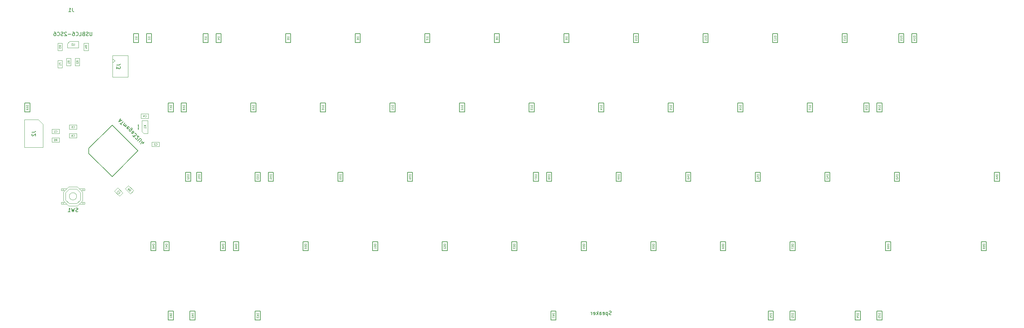
<source format=gbr>
G04 #@! TF.GenerationSoftware,KiCad,Pcbnew,(5.99.0-10216-g675444a646)*
G04 #@! TF.CreationDate,2021-04-25T23:19:06+08:00*
G04 #@! TF.ProjectId,plain60-flex-edition,706c6169-6e36-4302-9d66-6c65782d6564,rev?*
G04 #@! TF.SameCoordinates,Original*
G04 #@! TF.FileFunction,AssemblyDrawing,Bot*
%FSLAX46Y46*%
G04 Gerber Fmt 4.6, Leading zero omitted, Abs format (unit mm)*
G04 Created by KiCad (PCBNEW (5.99.0-10216-g675444a646)) date 2021-04-25 23:19:06*
%MOMM*%
%LPD*%
G01*
G04 APERTURE LIST*
%ADD10C,0.125000*%
%ADD11C,0.150000*%
%ADD12C,0.030000*%
%ADD13C,0.080000*%
%ADD14C,0.075000*%
%ADD15C,0.100000*%
G04 APERTURE END LIST*
D10*
X240137329Y-86308555D02*
X239637329Y-86308555D01*
X239637329Y-86427602D01*
X239661139Y-86499031D01*
X239708758Y-86546650D01*
X239756377Y-86570459D01*
X239851615Y-86594269D01*
X239923043Y-86594269D01*
X240018281Y-86570459D01*
X240065900Y-86546650D01*
X240113519Y-86499031D01*
X240137329Y-86427602D01*
X240137329Y-86308555D01*
X239637329Y-86760936D02*
X239637329Y-87094269D01*
X240137329Y-86879983D01*
X239637329Y-87237126D02*
X239637329Y-87546650D01*
X239827805Y-87379983D01*
X239827805Y-87451412D01*
X239851615Y-87499031D01*
X239875424Y-87522840D01*
X239923043Y-87546650D01*
X240042091Y-87546650D01*
X240089710Y-87522840D01*
X240113519Y-87499031D01*
X240137329Y-87451412D01*
X240137329Y-87308555D01*
X240113519Y-87260936D01*
X240089710Y-87237126D01*
X216324809Y-86308555D02*
X215824809Y-86308555D01*
X215824809Y-86427602D01*
X215848619Y-86499031D01*
X215896238Y-86546650D01*
X215943857Y-86570459D01*
X216039095Y-86594269D01*
X216110523Y-86594269D01*
X216205761Y-86570459D01*
X216253380Y-86546650D01*
X216300999Y-86499031D01*
X216324809Y-86427602D01*
X216324809Y-86308555D01*
X215824809Y-86760936D02*
X215824809Y-87094269D01*
X216324809Y-86879983D01*
X215872428Y-87260936D02*
X215848619Y-87284745D01*
X215824809Y-87332364D01*
X215824809Y-87451412D01*
X215848619Y-87499031D01*
X215872428Y-87522840D01*
X215920047Y-87546650D01*
X215967666Y-87546650D01*
X216039095Y-87522840D01*
X216324809Y-87237126D01*
X216324809Y-87546650D01*
X210371679Y-86308555D02*
X209871679Y-86308555D01*
X209871679Y-86427602D01*
X209895489Y-86499031D01*
X209943108Y-86546650D01*
X209990727Y-86570459D01*
X210085965Y-86594269D01*
X210157393Y-86594269D01*
X210252631Y-86570459D01*
X210300250Y-86546650D01*
X210347869Y-86499031D01*
X210371679Y-86427602D01*
X210371679Y-86308555D01*
X209871679Y-86760936D02*
X209871679Y-87094269D01*
X210371679Y-86879983D01*
X210371679Y-87546650D02*
X210371679Y-87260936D01*
X210371679Y-87403793D02*
X209871679Y-87403793D01*
X209943108Y-87356174D01*
X209990727Y-87308555D01*
X210014536Y-87260936D01*
X150840379Y-86308555D02*
X150340379Y-86308555D01*
X150340379Y-86427602D01*
X150364189Y-86499031D01*
X150411808Y-86546650D01*
X150459427Y-86570459D01*
X150554665Y-86594269D01*
X150626093Y-86594269D01*
X150721331Y-86570459D01*
X150768950Y-86546650D01*
X150816569Y-86499031D01*
X150840379Y-86427602D01*
X150840379Y-86308555D01*
X150340379Y-87022840D02*
X150340379Y-86927602D01*
X150364189Y-86879983D01*
X150387998Y-86856174D01*
X150459427Y-86808555D01*
X150554665Y-86784745D01*
X150745141Y-86784745D01*
X150792760Y-86808555D01*
X150816569Y-86832364D01*
X150840379Y-86879983D01*
X150840379Y-86975221D01*
X150816569Y-87022840D01*
X150792760Y-87046650D01*
X150745141Y-87070459D01*
X150626093Y-87070459D01*
X150578474Y-87046650D01*
X150554665Y-87022840D01*
X150530855Y-86975221D01*
X150530855Y-86879983D01*
X150554665Y-86832364D01*
X150578474Y-86808555D01*
X150626093Y-86784745D01*
X150340379Y-87237126D02*
X150340379Y-87570459D01*
X150840379Y-87356174D01*
X69877811Y-86308555D02*
X69377811Y-86308555D01*
X69377811Y-86427602D01*
X69401621Y-86499031D01*
X69449240Y-86546650D01*
X69496859Y-86570459D01*
X69592097Y-86594269D01*
X69663525Y-86594269D01*
X69758763Y-86570459D01*
X69806382Y-86546650D01*
X69854001Y-86499031D01*
X69877811Y-86427602D01*
X69877811Y-86308555D01*
X69377811Y-87022840D02*
X69377811Y-86927602D01*
X69401621Y-86879983D01*
X69425430Y-86856174D01*
X69496859Y-86808555D01*
X69592097Y-86784745D01*
X69782573Y-86784745D01*
X69830192Y-86808555D01*
X69854001Y-86832364D01*
X69877811Y-86879983D01*
X69877811Y-86975221D01*
X69854001Y-87022840D01*
X69830192Y-87046650D01*
X69782573Y-87070459D01*
X69663525Y-87070459D01*
X69615906Y-87046650D01*
X69592097Y-87022840D01*
X69568287Y-86975221D01*
X69568287Y-86879983D01*
X69592097Y-86832364D01*
X69615906Y-86808555D01*
X69663525Y-86784745D01*
X69377811Y-87237126D02*
X69377811Y-87546650D01*
X69568287Y-87379983D01*
X69568287Y-87451412D01*
X69592097Y-87499031D01*
X69615906Y-87522840D01*
X69663525Y-87546650D01*
X69782573Y-87546650D01*
X69830192Y-87522840D01*
X69854001Y-87499031D01*
X69877811Y-87451412D01*
X69877811Y-87308555D01*
X69854001Y-87260936D01*
X69830192Y-87237126D01*
X268712353Y-67258539D02*
X268212353Y-67258539D01*
X268212353Y-67377586D01*
X268236163Y-67449015D01*
X268283782Y-67496634D01*
X268331401Y-67520443D01*
X268426639Y-67544253D01*
X268498067Y-67544253D01*
X268593305Y-67520443D01*
X268640924Y-67496634D01*
X268688543Y-67449015D01*
X268712353Y-67377586D01*
X268712353Y-67258539D01*
X268212353Y-67996634D02*
X268212353Y-67758539D01*
X268450448Y-67734729D01*
X268426639Y-67758539D01*
X268402829Y-67806158D01*
X268402829Y-67925205D01*
X268426639Y-67972824D01*
X268450448Y-67996634D01*
X268498067Y-68020443D01*
X268617115Y-68020443D01*
X268664734Y-67996634D01*
X268688543Y-67972824D01*
X268712353Y-67925205D01*
X268712353Y-67806158D01*
X268688543Y-67758539D01*
X268664734Y-67734729D01*
X268712353Y-68258539D02*
X268712353Y-68353777D01*
X268688543Y-68401396D01*
X268664734Y-68425205D01*
X268593305Y-68472824D01*
X268498067Y-68496634D01*
X268307591Y-68496634D01*
X268259972Y-68472824D01*
X268236163Y-68449015D01*
X268212353Y-68401396D01*
X268212353Y-68306158D01*
X268236163Y-68258539D01*
X268259972Y-68234729D01*
X268307591Y-68210920D01*
X268426639Y-68210920D01*
X268474258Y-68234729D01*
X268498067Y-68258539D01*
X268521877Y-68306158D01*
X268521877Y-68401396D01*
X268498067Y-68449015D01*
X268474258Y-68472824D01*
X268426639Y-68496634D01*
X242518581Y-67258539D02*
X242018581Y-67258539D01*
X242018581Y-67377586D01*
X242042391Y-67449015D01*
X242090010Y-67496634D01*
X242137629Y-67520443D01*
X242232867Y-67544253D01*
X242304295Y-67544253D01*
X242399533Y-67520443D01*
X242447152Y-67496634D01*
X242494771Y-67449015D01*
X242518581Y-67377586D01*
X242518581Y-67258539D01*
X242018581Y-67996634D02*
X242018581Y-67758539D01*
X242256676Y-67734729D01*
X242232867Y-67758539D01*
X242209057Y-67806158D01*
X242209057Y-67925205D01*
X242232867Y-67972824D01*
X242256676Y-67996634D01*
X242304295Y-68020443D01*
X242423343Y-68020443D01*
X242470962Y-67996634D01*
X242494771Y-67972824D01*
X242518581Y-67925205D01*
X242518581Y-67806158D01*
X242494771Y-67758539D01*
X242470962Y-67734729D01*
X242232867Y-68306158D02*
X242209057Y-68258539D01*
X242185248Y-68234729D01*
X242137629Y-68210920D01*
X242113819Y-68210920D01*
X242066200Y-68234729D01*
X242042391Y-68258539D01*
X242018581Y-68306158D01*
X242018581Y-68401396D01*
X242042391Y-68449015D01*
X242066200Y-68472824D01*
X242113819Y-68496634D01*
X242137629Y-68496634D01*
X242185248Y-68472824D01*
X242209057Y-68449015D01*
X242232867Y-68401396D01*
X242232867Y-68306158D01*
X242256676Y-68258539D01*
X242280486Y-68234729D01*
X242328105Y-68210920D01*
X242423343Y-68210920D01*
X242470962Y-68234729D01*
X242494771Y-68258539D01*
X242518581Y-68306158D01*
X242518581Y-68401396D01*
X242494771Y-68449015D01*
X242470962Y-68472824D01*
X242423343Y-68496634D01*
X242328105Y-68496634D01*
X242280486Y-68472824D01*
X242256676Y-68449015D01*
X242232867Y-68401396D01*
X216324809Y-67258539D02*
X215824809Y-67258539D01*
X215824809Y-67377586D01*
X215848619Y-67449015D01*
X215896238Y-67496634D01*
X215943857Y-67520443D01*
X216039095Y-67544253D01*
X216110523Y-67544253D01*
X216205761Y-67520443D01*
X216253380Y-67496634D01*
X216300999Y-67449015D01*
X216324809Y-67377586D01*
X216324809Y-67258539D01*
X215824809Y-67996634D02*
X215824809Y-67758539D01*
X216062904Y-67734729D01*
X216039095Y-67758539D01*
X216015285Y-67806158D01*
X216015285Y-67925205D01*
X216039095Y-67972824D01*
X216062904Y-67996634D01*
X216110523Y-68020443D01*
X216229571Y-68020443D01*
X216277190Y-67996634D01*
X216300999Y-67972824D01*
X216324809Y-67925205D01*
X216324809Y-67806158D01*
X216300999Y-67758539D01*
X216277190Y-67734729D01*
X215824809Y-68187110D02*
X215824809Y-68520443D01*
X216324809Y-68306158D01*
X197274793Y-67258539D02*
X196774793Y-67258539D01*
X196774793Y-67377586D01*
X196798603Y-67449015D01*
X196846222Y-67496634D01*
X196893841Y-67520443D01*
X196989079Y-67544253D01*
X197060507Y-67544253D01*
X197155745Y-67520443D01*
X197203364Y-67496634D01*
X197250983Y-67449015D01*
X197274793Y-67377586D01*
X197274793Y-67258539D01*
X196774793Y-67996634D02*
X196774793Y-67758539D01*
X197012888Y-67734729D01*
X196989079Y-67758539D01*
X196965269Y-67806158D01*
X196965269Y-67925205D01*
X196989079Y-67972824D01*
X197012888Y-67996634D01*
X197060507Y-68020443D01*
X197179555Y-68020443D01*
X197227174Y-67996634D01*
X197250983Y-67972824D01*
X197274793Y-67925205D01*
X197274793Y-67806158D01*
X197250983Y-67758539D01*
X197227174Y-67734729D01*
X196774793Y-68449015D02*
X196774793Y-68353777D01*
X196798603Y-68306158D01*
X196822412Y-68282348D01*
X196893841Y-68234729D01*
X196989079Y-68210920D01*
X197179555Y-68210920D01*
X197227174Y-68234729D01*
X197250983Y-68258539D01*
X197274793Y-68306158D01*
X197274793Y-68401396D01*
X197250983Y-68449015D01*
X197227174Y-68472824D01*
X197179555Y-68496634D01*
X197060507Y-68496634D01*
X197012888Y-68472824D01*
X196989079Y-68449015D01*
X196965269Y-68401396D01*
X196965269Y-68306158D01*
X196989079Y-68258539D01*
X197012888Y-68234729D01*
X197060507Y-68210920D01*
X140124745Y-67258539D02*
X139624745Y-67258539D01*
X139624745Y-67377586D01*
X139648555Y-67449015D01*
X139696174Y-67496634D01*
X139743793Y-67520443D01*
X139839031Y-67544253D01*
X139910459Y-67544253D01*
X140005697Y-67520443D01*
X140053316Y-67496634D01*
X140100935Y-67449015D01*
X140124745Y-67377586D01*
X140124745Y-67258539D01*
X139624745Y-67996634D02*
X139624745Y-67758539D01*
X139862840Y-67734729D01*
X139839031Y-67758539D01*
X139815221Y-67806158D01*
X139815221Y-67925205D01*
X139839031Y-67972824D01*
X139862840Y-67996634D01*
X139910459Y-68020443D01*
X140029507Y-68020443D01*
X140077126Y-67996634D01*
X140100935Y-67972824D01*
X140124745Y-67925205D01*
X140124745Y-67806158D01*
X140100935Y-67758539D01*
X140077126Y-67734729D01*
X139624745Y-68187110D02*
X139624745Y-68496634D01*
X139815221Y-68329967D01*
X139815221Y-68401396D01*
X139839031Y-68449015D01*
X139862840Y-68472824D01*
X139910459Y-68496634D01*
X140029507Y-68496634D01*
X140077126Y-68472824D01*
X140100935Y-68449015D01*
X140124745Y-68401396D01*
X140124745Y-68258539D01*
X140100935Y-68210920D01*
X140077126Y-68187110D01*
X102024713Y-67258539D02*
X101524713Y-67258539D01*
X101524713Y-67377586D01*
X101548523Y-67449015D01*
X101596142Y-67496634D01*
X101643761Y-67520443D01*
X101738999Y-67544253D01*
X101810427Y-67544253D01*
X101905665Y-67520443D01*
X101953284Y-67496634D01*
X102000903Y-67449015D01*
X102024713Y-67377586D01*
X102024713Y-67258539D01*
X101524713Y-67996634D02*
X101524713Y-67758539D01*
X101762808Y-67734729D01*
X101738999Y-67758539D01*
X101715189Y-67806158D01*
X101715189Y-67925205D01*
X101738999Y-67972824D01*
X101762808Y-67996634D01*
X101810427Y-68020443D01*
X101929475Y-68020443D01*
X101977094Y-67996634D01*
X102000903Y-67972824D01*
X102024713Y-67925205D01*
X102024713Y-67806158D01*
X102000903Y-67758539D01*
X101977094Y-67734729D01*
X102024713Y-68496634D02*
X102024713Y-68210920D01*
X102024713Y-68353777D02*
X101524713Y-68353777D01*
X101596142Y-68306158D01*
X101643761Y-68258539D01*
X101667570Y-68210920D01*
X82974697Y-67258539D02*
X82474697Y-67258539D01*
X82474697Y-67377586D01*
X82498507Y-67449015D01*
X82546126Y-67496634D01*
X82593745Y-67520443D01*
X82688983Y-67544253D01*
X82760411Y-67544253D01*
X82855649Y-67520443D01*
X82903268Y-67496634D01*
X82950887Y-67449015D01*
X82974697Y-67377586D01*
X82974697Y-67258539D01*
X82474697Y-67996634D02*
X82474697Y-67758539D01*
X82712792Y-67734729D01*
X82688983Y-67758539D01*
X82665173Y-67806158D01*
X82665173Y-67925205D01*
X82688983Y-67972824D01*
X82712792Y-67996634D01*
X82760411Y-68020443D01*
X82879459Y-68020443D01*
X82927078Y-67996634D01*
X82950887Y-67972824D01*
X82974697Y-67925205D01*
X82974697Y-67806158D01*
X82950887Y-67758539D01*
X82927078Y-67734729D01*
X82474697Y-68329967D02*
X82474697Y-68377586D01*
X82498507Y-68425205D01*
X82522316Y-68449015D01*
X82569935Y-68472824D01*
X82665173Y-68496634D01*
X82784221Y-68496634D01*
X82879459Y-68472824D01*
X82927078Y-68449015D01*
X82950887Y-68425205D01*
X82974697Y-68377586D01*
X82974697Y-68329967D01*
X82950887Y-68282348D01*
X82927078Y-68258539D01*
X82879459Y-68234729D01*
X82784221Y-68210920D01*
X82665173Y-68210920D01*
X82569935Y-68234729D01*
X82522316Y-68258539D01*
X82498507Y-68282348D01*
X82474697Y-68329967D01*
X221087313Y-29158507D02*
X220587313Y-29158507D01*
X220587313Y-29277554D01*
X220611123Y-29348983D01*
X220658742Y-29396602D01*
X220706361Y-29420411D01*
X220801599Y-29444221D01*
X220873027Y-29444221D01*
X220968265Y-29420411D01*
X221015884Y-29396602D01*
X221063503Y-29348983D01*
X221087313Y-29277554D01*
X221087313Y-29158507D01*
X220634932Y-29634697D02*
X220611123Y-29658507D01*
X220587313Y-29706126D01*
X220587313Y-29825173D01*
X220611123Y-29872792D01*
X220634932Y-29896602D01*
X220682551Y-29920411D01*
X220730170Y-29920411D01*
X220801599Y-29896602D01*
X221087313Y-29610888D01*
X221087313Y-29920411D01*
X220587313Y-30087078D02*
X220587313Y-30420411D01*
X221087313Y-30206126D01*
X225849817Y-48208523D02*
X225349817Y-48208523D01*
X225349817Y-48327570D01*
X225373627Y-48398999D01*
X225421246Y-48446618D01*
X225468865Y-48470427D01*
X225564103Y-48494237D01*
X225635531Y-48494237D01*
X225730769Y-48470427D01*
X225778388Y-48446618D01*
X225826007Y-48398999D01*
X225849817Y-48327570D01*
X225849817Y-48208523D01*
X225516484Y-48922808D02*
X225849817Y-48922808D01*
X225326007Y-48803761D02*
X225683150Y-48684713D01*
X225683150Y-48994237D01*
X225397436Y-49160904D02*
X225373627Y-49184713D01*
X225349817Y-49232332D01*
X225349817Y-49351380D01*
X225373627Y-49398999D01*
X225397436Y-49422808D01*
X225445055Y-49446618D01*
X225492674Y-49446618D01*
X225564103Y-49422808D01*
X225849817Y-49137094D01*
X225849817Y-49446618D01*
X49637169Y-29158507D02*
X49137169Y-29158507D01*
X49137169Y-29277554D01*
X49160979Y-29348983D01*
X49208598Y-29396602D01*
X49256217Y-29420411D01*
X49351455Y-29444221D01*
X49422883Y-29444221D01*
X49518121Y-29420411D01*
X49565740Y-29396602D01*
X49613359Y-29348983D01*
X49637169Y-29277554D01*
X49637169Y-29158507D01*
X49637169Y-29920411D02*
X49637169Y-29634697D01*
X49637169Y-29777554D02*
X49137169Y-29777554D01*
X49208598Y-29729935D01*
X49256217Y-29682316D01*
X49280026Y-29634697D01*
X49351455Y-30206126D02*
X49327645Y-30158507D01*
X49303836Y-30134697D01*
X49256217Y-30110888D01*
X49232407Y-30110888D01*
X49184788Y-30134697D01*
X49160979Y-30158507D01*
X49137169Y-30206126D01*
X49137169Y-30301364D01*
X49160979Y-30348983D01*
X49184788Y-30372792D01*
X49232407Y-30396602D01*
X49256217Y-30396602D01*
X49303836Y-30372792D01*
X49327645Y-30348983D01*
X49351455Y-30301364D01*
X49351455Y-30206126D01*
X49375264Y-30158507D01*
X49399074Y-30134697D01*
X49446693Y-30110888D01*
X49541931Y-30110888D01*
X49589550Y-30134697D01*
X49613359Y-30158507D01*
X49637169Y-30206126D01*
X49637169Y-30301364D01*
X49613359Y-30348983D01*
X49589550Y-30372792D01*
X49541931Y-30396602D01*
X49446693Y-30396602D01*
X49399074Y-30372792D01*
X49375264Y-30348983D01*
X49351455Y-30301364D01*
X182987281Y-29158507D02*
X182487281Y-29158507D01*
X182487281Y-29277554D01*
X182511091Y-29348983D01*
X182558710Y-29396602D01*
X182606329Y-29420411D01*
X182701567Y-29444221D01*
X182772995Y-29444221D01*
X182868233Y-29420411D01*
X182915852Y-29396602D01*
X182963471Y-29348983D01*
X182987281Y-29277554D01*
X182987281Y-29158507D01*
X182534900Y-29634697D02*
X182511091Y-29658507D01*
X182487281Y-29706126D01*
X182487281Y-29825173D01*
X182511091Y-29872792D01*
X182534900Y-29896602D01*
X182582519Y-29920411D01*
X182630138Y-29920411D01*
X182701567Y-29896602D01*
X182987281Y-29610888D01*
X182987281Y-29920411D01*
X182487281Y-30372792D02*
X182487281Y-30134697D01*
X182725376Y-30110888D01*
X182701567Y-30134697D01*
X182677757Y-30182316D01*
X182677757Y-30301364D01*
X182701567Y-30348983D01*
X182725376Y-30372792D01*
X182772995Y-30396602D01*
X182892043Y-30396602D01*
X182939662Y-30372792D01*
X182963471Y-30348983D01*
X182987281Y-30301364D01*
X182987281Y-30182316D01*
X182963471Y-30134697D01*
X182939662Y-30110888D01*
X206799801Y-48208523D02*
X206299801Y-48208523D01*
X206299801Y-48327570D01*
X206323611Y-48398999D01*
X206371230Y-48446618D01*
X206418849Y-48470427D01*
X206514087Y-48494237D01*
X206585515Y-48494237D01*
X206680753Y-48470427D01*
X206728372Y-48446618D01*
X206775991Y-48398999D01*
X206799801Y-48327570D01*
X206799801Y-48208523D01*
X206466468Y-48922808D02*
X206799801Y-48922808D01*
X206275991Y-48803761D02*
X206633134Y-48684713D01*
X206633134Y-48994237D01*
X206799801Y-49446618D02*
X206799801Y-49160904D01*
X206799801Y-49303761D02*
X206299801Y-49303761D01*
X206371230Y-49256142D01*
X206418849Y-49208523D01*
X206442658Y-49160904D01*
X111549721Y-48208523D02*
X111049721Y-48208523D01*
X111049721Y-48327570D01*
X111073531Y-48398999D01*
X111121150Y-48446618D01*
X111168769Y-48470427D01*
X111264007Y-48494237D01*
X111335435Y-48494237D01*
X111430673Y-48470427D01*
X111478292Y-48446618D01*
X111525911Y-48398999D01*
X111549721Y-48327570D01*
X111549721Y-48208523D01*
X111049721Y-48660904D02*
X111049721Y-48970427D01*
X111240197Y-48803761D01*
X111240197Y-48875189D01*
X111264007Y-48922808D01*
X111287816Y-48946618D01*
X111335435Y-48970427D01*
X111454483Y-48970427D01*
X111502102Y-48946618D01*
X111525911Y-48922808D01*
X111549721Y-48875189D01*
X111549721Y-48732332D01*
X111525911Y-48684713D01*
X111502102Y-48660904D01*
X111049721Y-49398999D02*
X111049721Y-49303761D01*
X111073531Y-49256142D01*
X111097340Y-49232332D01*
X111168769Y-49184713D01*
X111264007Y-49160904D01*
X111454483Y-49160904D01*
X111502102Y-49184713D01*
X111525911Y-49208523D01*
X111549721Y-49256142D01*
X111549721Y-49351380D01*
X111525911Y-49398999D01*
X111502102Y-49422808D01*
X111454483Y-49446618D01*
X111335435Y-49446618D01*
X111287816Y-49422808D01*
X111264007Y-49398999D01*
X111240197Y-49351380D01*
X111240197Y-49256142D01*
X111264007Y-49208523D01*
X111287816Y-49184713D01*
X111335435Y-49160904D01*
X53804360Y-48208523D02*
X53304360Y-48208523D01*
X53304360Y-48327570D01*
X53328170Y-48398999D01*
X53375789Y-48446618D01*
X53423408Y-48470427D01*
X53518646Y-48494237D01*
X53590074Y-48494237D01*
X53685312Y-48470427D01*
X53732931Y-48446618D01*
X53780550Y-48398999D01*
X53804360Y-48327570D01*
X53804360Y-48208523D01*
X53304360Y-48660904D02*
X53304360Y-48970427D01*
X53494836Y-48803761D01*
X53494836Y-48875189D01*
X53518646Y-48922808D01*
X53542455Y-48946618D01*
X53590074Y-48970427D01*
X53709122Y-48970427D01*
X53756741Y-48946618D01*
X53780550Y-48922808D01*
X53804360Y-48875189D01*
X53804360Y-48732332D01*
X53780550Y-48684713D01*
X53756741Y-48660904D01*
X53804360Y-49446618D02*
X53804360Y-49160904D01*
X53804360Y-49303761D02*
X53304360Y-49303761D01*
X53375789Y-49256142D01*
X53423408Y-49208523D01*
X53447217Y-49160904D01*
X187749785Y-48208523D02*
X187249785Y-48208523D01*
X187249785Y-48327570D01*
X187273595Y-48398999D01*
X187321214Y-48446618D01*
X187368833Y-48470427D01*
X187464071Y-48494237D01*
X187535499Y-48494237D01*
X187630737Y-48470427D01*
X187678356Y-48446618D01*
X187725975Y-48398999D01*
X187749785Y-48327570D01*
X187749785Y-48208523D01*
X187416452Y-48922808D02*
X187749785Y-48922808D01*
X187225975Y-48803761D02*
X187583118Y-48684713D01*
X187583118Y-48994237D01*
X187249785Y-49279951D02*
X187249785Y-49327570D01*
X187273595Y-49375189D01*
X187297404Y-49398999D01*
X187345023Y-49422808D01*
X187440261Y-49446618D01*
X187559309Y-49446618D01*
X187654547Y-49422808D01*
X187702166Y-49398999D01*
X187725975Y-49375189D01*
X187749785Y-49327570D01*
X187749785Y-49279951D01*
X187725975Y-49232332D01*
X187702166Y-49208523D01*
X187654547Y-49184713D01*
X187559309Y-49160904D01*
X187440261Y-49160904D01*
X187345023Y-49184713D01*
X187297404Y-49208523D01*
X187273595Y-49232332D01*
X187249785Y-49279951D01*
X146077875Y-48208523D02*
X145577875Y-48208523D01*
X145577875Y-48327570D01*
X145601685Y-48398999D01*
X145649304Y-48446618D01*
X145696923Y-48470427D01*
X145792161Y-48494237D01*
X145863589Y-48494237D01*
X145958827Y-48470427D01*
X146006446Y-48446618D01*
X146054065Y-48398999D01*
X146077875Y-48327570D01*
X146077875Y-48208523D01*
X145577875Y-48660904D02*
X145577875Y-48970427D01*
X145768351Y-48803761D01*
X145768351Y-48875189D01*
X145792161Y-48922808D01*
X145815970Y-48946618D01*
X145863589Y-48970427D01*
X145982637Y-48970427D01*
X146030256Y-48946618D01*
X146054065Y-48922808D01*
X146077875Y-48875189D01*
X146077875Y-48732332D01*
X146054065Y-48684713D01*
X146030256Y-48660904D01*
X145577875Y-49137094D02*
X145577875Y-49470427D01*
X146077875Y-49256142D01*
X50827795Y-48208523D02*
X50327795Y-48208523D01*
X50327795Y-48327570D01*
X50351605Y-48398999D01*
X50399224Y-48446618D01*
X50446843Y-48470427D01*
X50542081Y-48494237D01*
X50613509Y-48494237D01*
X50708747Y-48470427D01*
X50756366Y-48446618D01*
X50803985Y-48398999D01*
X50827795Y-48327570D01*
X50827795Y-48208523D01*
X50327795Y-48660904D02*
X50327795Y-48970427D01*
X50518271Y-48803761D01*
X50518271Y-48875189D01*
X50542081Y-48922808D01*
X50565890Y-48946618D01*
X50613509Y-48970427D01*
X50732557Y-48970427D01*
X50780176Y-48946618D01*
X50803985Y-48922808D01*
X50827795Y-48875189D01*
X50827795Y-48732332D01*
X50803985Y-48684713D01*
X50780176Y-48660904D01*
X50375414Y-49160904D02*
X50351605Y-49184713D01*
X50327795Y-49232332D01*
X50327795Y-49351380D01*
X50351605Y-49398999D01*
X50375414Y-49422808D01*
X50423033Y-49446618D01*
X50470652Y-49446618D01*
X50542081Y-49422808D01*
X50827795Y-49137094D01*
X50827795Y-49446618D01*
X73449689Y-48208523D02*
X72949689Y-48208523D01*
X72949689Y-48327570D01*
X72973499Y-48398999D01*
X73021118Y-48446618D01*
X73068737Y-48470427D01*
X73163975Y-48494237D01*
X73235403Y-48494237D01*
X73330641Y-48470427D01*
X73378260Y-48446618D01*
X73425879Y-48398999D01*
X73449689Y-48327570D01*
X73449689Y-48208523D01*
X72949689Y-48660904D02*
X72949689Y-48970427D01*
X73140165Y-48803761D01*
X73140165Y-48875189D01*
X73163975Y-48922808D01*
X73187784Y-48946618D01*
X73235403Y-48970427D01*
X73354451Y-48970427D01*
X73402070Y-48946618D01*
X73425879Y-48922808D01*
X73449689Y-48875189D01*
X73449689Y-48732332D01*
X73425879Y-48684713D01*
X73402070Y-48660904D01*
X73116356Y-49398999D02*
X73449689Y-49398999D01*
X72925879Y-49279951D02*
X73283022Y-49160904D01*
X73283022Y-49470427D01*
X106787217Y-29158507D02*
X106287217Y-29158507D01*
X106287217Y-29277554D01*
X106311027Y-29348983D01*
X106358646Y-29396602D01*
X106406265Y-29420411D01*
X106501503Y-29444221D01*
X106572931Y-29444221D01*
X106668169Y-29420411D01*
X106715788Y-29396602D01*
X106763407Y-29348983D01*
X106787217Y-29277554D01*
X106787217Y-29158507D01*
X106334836Y-29634697D02*
X106311027Y-29658507D01*
X106287217Y-29706126D01*
X106287217Y-29825173D01*
X106311027Y-29872792D01*
X106334836Y-29896602D01*
X106382455Y-29920411D01*
X106430074Y-29920411D01*
X106501503Y-29896602D01*
X106787217Y-29610888D01*
X106787217Y-29920411D01*
X106787217Y-30396602D02*
X106787217Y-30110888D01*
X106787217Y-30253745D02*
X106287217Y-30253745D01*
X106358646Y-30206126D01*
X106406265Y-30158507D01*
X106430074Y-30110888D01*
X202037297Y-29158507D02*
X201537297Y-29158507D01*
X201537297Y-29277554D01*
X201561107Y-29348983D01*
X201608726Y-29396602D01*
X201656345Y-29420411D01*
X201751583Y-29444221D01*
X201823011Y-29444221D01*
X201918249Y-29420411D01*
X201965868Y-29396602D01*
X202013487Y-29348983D01*
X202037297Y-29277554D01*
X202037297Y-29158507D01*
X201584916Y-29634697D02*
X201561107Y-29658507D01*
X201537297Y-29706126D01*
X201537297Y-29825173D01*
X201561107Y-29872792D01*
X201584916Y-29896602D01*
X201632535Y-29920411D01*
X201680154Y-29920411D01*
X201751583Y-29896602D01*
X202037297Y-29610888D01*
X202037297Y-29920411D01*
X201537297Y-30348983D02*
X201537297Y-30253745D01*
X201561107Y-30206126D01*
X201584916Y-30182316D01*
X201656345Y-30134697D01*
X201751583Y-30110888D01*
X201942059Y-30110888D01*
X201989678Y-30134697D01*
X202013487Y-30158507D01*
X202037297Y-30206126D01*
X202037297Y-30301364D01*
X202013487Y-30348983D01*
X201989678Y-30372792D01*
X201942059Y-30396602D01*
X201823011Y-30396602D01*
X201775392Y-30372792D01*
X201751583Y-30348983D01*
X201727773Y-30301364D01*
X201727773Y-30206126D01*
X201751583Y-30158507D01*
X201775392Y-30134697D01*
X201823011Y-30110888D01*
X125837233Y-29158507D02*
X125337233Y-29158507D01*
X125337233Y-29277554D01*
X125361043Y-29348983D01*
X125408662Y-29396602D01*
X125456281Y-29420411D01*
X125551519Y-29444221D01*
X125622947Y-29444221D01*
X125718185Y-29420411D01*
X125765804Y-29396602D01*
X125813423Y-29348983D01*
X125837233Y-29277554D01*
X125837233Y-29158507D01*
X125384852Y-29634697D02*
X125361043Y-29658507D01*
X125337233Y-29706126D01*
X125337233Y-29825173D01*
X125361043Y-29872792D01*
X125384852Y-29896602D01*
X125432471Y-29920411D01*
X125480090Y-29920411D01*
X125551519Y-29896602D01*
X125837233Y-29610888D01*
X125837233Y-29920411D01*
X125384852Y-30110888D02*
X125361043Y-30134697D01*
X125337233Y-30182316D01*
X125337233Y-30301364D01*
X125361043Y-30348983D01*
X125384852Y-30372792D01*
X125432471Y-30396602D01*
X125480090Y-30396602D01*
X125551519Y-30372792D01*
X125837233Y-30087078D01*
X125837233Y-30396602D01*
X163937265Y-29158507D02*
X163437265Y-29158507D01*
X163437265Y-29277554D01*
X163461075Y-29348983D01*
X163508694Y-29396602D01*
X163556313Y-29420411D01*
X163651551Y-29444221D01*
X163722979Y-29444221D01*
X163818217Y-29420411D01*
X163865836Y-29396602D01*
X163913455Y-29348983D01*
X163937265Y-29277554D01*
X163937265Y-29158507D01*
X163484884Y-29634697D02*
X163461075Y-29658507D01*
X163437265Y-29706126D01*
X163437265Y-29825173D01*
X163461075Y-29872792D01*
X163484884Y-29896602D01*
X163532503Y-29920411D01*
X163580122Y-29920411D01*
X163651551Y-29896602D01*
X163937265Y-29610888D01*
X163937265Y-29920411D01*
X163603932Y-30348983D02*
X163937265Y-30348983D01*
X163413455Y-30229935D02*
X163770598Y-30110888D01*
X163770598Y-30420411D01*
X244899833Y-48208523D02*
X244399833Y-48208523D01*
X244399833Y-48327570D01*
X244423643Y-48398999D01*
X244471262Y-48446618D01*
X244518881Y-48470427D01*
X244614119Y-48494237D01*
X244685547Y-48494237D01*
X244780785Y-48470427D01*
X244828404Y-48446618D01*
X244876023Y-48398999D01*
X244899833Y-48327570D01*
X244899833Y-48208523D01*
X244566500Y-48922808D02*
X244899833Y-48922808D01*
X244376023Y-48803761D02*
X244733166Y-48684713D01*
X244733166Y-48994237D01*
X244399833Y-49137094D02*
X244399833Y-49446618D01*
X244590309Y-49279951D01*
X244590309Y-49351380D01*
X244614119Y-49398999D01*
X244637928Y-49422808D01*
X244685547Y-49446618D01*
X244804595Y-49446618D01*
X244852214Y-49422808D01*
X244876023Y-49398999D01*
X244899833Y-49351380D01*
X244899833Y-49208523D01*
X244876023Y-49160904D01*
X244852214Y-49137094D01*
X149649753Y-48208523D02*
X149149753Y-48208523D01*
X149149753Y-48327570D01*
X149173563Y-48398999D01*
X149221182Y-48446618D01*
X149268801Y-48470427D01*
X149364039Y-48494237D01*
X149435467Y-48494237D01*
X149530705Y-48470427D01*
X149578324Y-48446618D01*
X149625943Y-48398999D01*
X149649753Y-48327570D01*
X149649753Y-48208523D01*
X149149753Y-48660904D02*
X149149753Y-48970427D01*
X149340229Y-48803761D01*
X149340229Y-48875189D01*
X149364039Y-48922808D01*
X149387848Y-48946618D01*
X149435467Y-48970427D01*
X149554515Y-48970427D01*
X149602134Y-48946618D01*
X149625943Y-48922808D01*
X149649753Y-48875189D01*
X149649753Y-48732332D01*
X149625943Y-48684713D01*
X149602134Y-48660904D01*
X149364039Y-49256142D02*
X149340229Y-49208523D01*
X149316420Y-49184713D01*
X149268801Y-49160904D01*
X149244991Y-49160904D01*
X149197372Y-49184713D01*
X149173563Y-49208523D01*
X149149753Y-49256142D01*
X149149753Y-49351380D01*
X149173563Y-49398999D01*
X149197372Y-49422808D01*
X149244991Y-49446618D01*
X149268801Y-49446618D01*
X149316420Y-49422808D01*
X149340229Y-49398999D01*
X149364039Y-49351380D01*
X149364039Y-49256142D01*
X149387848Y-49208523D01*
X149411658Y-49184713D01*
X149459277Y-49160904D01*
X149554515Y-49160904D01*
X149602134Y-49184713D01*
X149625943Y-49208523D01*
X149649753Y-49256142D01*
X149649753Y-49351380D01*
X149625943Y-49398999D01*
X149602134Y-49422808D01*
X149554515Y-49446618D01*
X149459277Y-49446618D01*
X149411658Y-49422808D01*
X149387848Y-49398999D01*
X149364039Y-49351380D01*
X92499705Y-48208523D02*
X91999705Y-48208523D01*
X91999705Y-48327570D01*
X92023515Y-48398999D01*
X92071134Y-48446618D01*
X92118753Y-48470427D01*
X92213991Y-48494237D01*
X92285419Y-48494237D01*
X92380657Y-48470427D01*
X92428276Y-48446618D01*
X92475895Y-48398999D01*
X92499705Y-48327570D01*
X92499705Y-48208523D01*
X91999705Y-48660904D02*
X91999705Y-48970427D01*
X92190181Y-48803761D01*
X92190181Y-48875189D01*
X92213991Y-48922808D01*
X92237800Y-48946618D01*
X92285419Y-48970427D01*
X92404467Y-48970427D01*
X92452086Y-48946618D01*
X92475895Y-48922808D01*
X92499705Y-48875189D01*
X92499705Y-48732332D01*
X92475895Y-48684713D01*
X92452086Y-48660904D01*
X91999705Y-49422808D02*
X91999705Y-49184713D01*
X92237800Y-49160904D01*
X92213991Y-49184713D01*
X92190181Y-49232332D01*
X92190181Y-49351380D01*
X92213991Y-49398999D01*
X92237800Y-49422808D01*
X92285419Y-49446618D01*
X92404467Y-49446618D01*
X92452086Y-49422808D01*
X92475895Y-49398999D01*
X92499705Y-49351380D01*
X92499705Y-49232332D01*
X92475895Y-49184713D01*
X92452086Y-49160904D01*
X60352803Y-67258539D02*
X59852803Y-67258539D01*
X59852803Y-67377586D01*
X59876613Y-67449015D01*
X59924232Y-67496634D01*
X59971851Y-67520443D01*
X60067089Y-67544253D01*
X60138517Y-67544253D01*
X60233755Y-67520443D01*
X60281374Y-67496634D01*
X60328993Y-67449015D01*
X60352803Y-67377586D01*
X60352803Y-67258539D01*
X60019470Y-67972824D02*
X60352803Y-67972824D01*
X59828993Y-67853777D02*
X60186136Y-67734729D01*
X60186136Y-68044253D01*
X60067089Y-68306158D02*
X60043279Y-68258539D01*
X60019470Y-68234729D01*
X59971851Y-68210920D01*
X59948041Y-68210920D01*
X59900422Y-68234729D01*
X59876613Y-68258539D01*
X59852803Y-68306158D01*
X59852803Y-68401396D01*
X59876613Y-68449015D01*
X59900422Y-68472824D01*
X59948041Y-68496634D01*
X59971851Y-68496634D01*
X60019470Y-68472824D01*
X60043279Y-68449015D01*
X60067089Y-68401396D01*
X60067089Y-68306158D01*
X60090898Y-68258539D01*
X60114708Y-68234729D01*
X60162327Y-68210920D01*
X60257565Y-68210920D01*
X60305184Y-68234729D01*
X60328993Y-68258539D01*
X60352803Y-68306158D01*
X60352803Y-68401396D01*
X60328993Y-68449015D01*
X60305184Y-68472824D01*
X60257565Y-68496634D01*
X60162327Y-68496634D01*
X60114708Y-68472824D01*
X60090898Y-68449015D01*
X60067089Y-68401396D01*
X159174761Y-67258539D02*
X158674761Y-67258539D01*
X158674761Y-67377586D01*
X158698571Y-67449015D01*
X158746190Y-67496634D01*
X158793809Y-67520443D01*
X158889047Y-67544253D01*
X158960475Y-67544253D01*
X159055713Y-67520443D01*
X159103332Y-67496634D01*
X159150951Y-67449015D01*
X159174761Y-67377586D01*
X159174761Y-67258539D01*
X158674761Y-67996634D02*
X158674761Y-67758539D01*
X158912856Y-67734729D01*
X158889047Y-67758539D01*
X158865237Y-67806158D01*
X158865237Y-67925205D01*
X158889047Y-67972824D01*
X158912856Y-67996634D01*
X158960475Y-68020443D01*
X159079523Y-68020443D01*
X159127142Y-67996634D01*
X159150951Y-67972824D01*
X159174761Y-67925205D01*
X159174761Y-67806158D01*
X159150951Y-67758539D01*
X159127142Y-67734729D01*
X158841428Y-68449015D02*
X159174761Y-68449015D01*
X158650951Y-68329967D02*
X159008094Y-68210920D01*
X159008094Y-68520443D01*
X272284231Y-48208523D02*
X271784231Y-48208523D01*
X271784231Y-48327570D01*
X271808041Y-48398999D01*
X271855660Y-48446618D01*
X271903279Y-48470427D01*
X271998517Y-48494237D01*
X272069945Y-48494237D01*
X272165183Y-48470427D01*
X272212802Y-48446618D01*
X272260421Y-48398999D01*
X272284231Y-48327570D01*
X272284231Y-48208523D01*
X271950898Y-48922808D02*
X272284231Y-48922808D01*
X271760421Y-48803761D02*
X272117564Y-48684713D01*
X272117564Y-48994237D01*
X271950898Y-49398999D02*
X272284231Y-49398999D01*
X271760421Y-49279951D02*
X272117564Y-49160904D01*
X272117564Y-49470427D01*
X52018421Y-86308555D02*
X51518421Y-86308555D01*
X51518421Y-86427602D01*
X51542231Y-86499031D01*
X51589850Y-86546650D01*
X51637469Y-86570459D01*
X51732707Y-86594269D01*
X51804135Y-86594269D01*
X51899373Y-86570459D01*
X51946992Y-86546650D01*
X51994611Y-86499031D01*
X52018421Y-86427602D01*
X52018421Y-86308555D01*
X51518421Y-87022840D02*
X51518421Y-86927602D01*
X51542231Y-86879983D01*
X51566040Y-86856174D01*
X51637469Y-86808555D01*
X51732707Y-86784745D01*
X51923183Y-86784745D01*
X51970802Y-86808555D01*
X51994611Y-86832364D01*
X52018421Y-86879983D01*
X52018421Y-86975221D01*
X51994611Y-87022840D01*
X51970802Y-87046650D01*
X51923183Y-87070459D01*
X51804135Y-87070459D01*
X51756516Y-87046650D01*
X51732707Y-87022840D01*
X51708897Y-86975221D01*
X51708897Y-86879983D01*
X51732707Y-86832364D01*
X51756516Y-86808555D01*
X51804135Y-86784745D01*
X51566040Y-87260936D02*
X51542231Y-87284745D01*
X51518421Y-87332364D01*
X51518421Y-87451412D01*
X51542231Y-87499031D01*
X51566040Y-87522840D01*
X51613659Y-87546650D01*
X51661278Y-87546650D01*
X51732707Y-87522840D01*
X52018421Y-87237126D01*
X52018421Y-87546650D01*
X168699769Y-48208523D02*
X168199769Y-48208523D01*
X168199769Y-48327570D01*
X168223579Y-48398999D01*
X168271198Y-48446618D01*
X168318817Y-48470427D01*
X168414055Y-48494237D01*
X168485483Y-48494237D01*
X168580721Y-48470427D01*
X168628340Y-48446618D01*
X168675959Y-48398999D01*
X168699769Y-48327570D01*
X168699769Y-48208523D01*
X168199769Y-48660904D02*
X168199769Y-48970427D01*
X168390245Y-48803761D01*
X168390245Y-48875189D01*
X168414055Y-48922808D01*
X168437864Y-48946618D01*
X168485483Y-48970427D01*
X168604531Y-48970427D01*
X168652150Y-48946618D01*
X168675959Y-48922808D01*
X168699769Y-48875189D01*
X168699769Y-48732332D01*
X168675959Y-48684713D01*
X168652150Y-48660904D01*
X168699769Y-49208523D02*
X168699769Y-49303761D01*
X168675959Y-49351380D01*
X168652150Y-49375189D01*
X168580721Y-49422808D01*
X168485483Y-49446618D01*
X168295007Y-49446618D01*
X168247388Y-49422808D01*
X168223579Y-49398999D01*
X168199769Y-49351380D01*
X168199769Y-49256142D01*
X168223579Y-49208523D01*
X168247388Y-49184713D01*
X168295007Y-49160904D01*
X168414055Y-49160904D01*
X168461674Y-49184713D01*
X168485483Y-49208523D01*
X168509293Y-49256142D01*
X168509293Y-49351380D01*
X168485483Y-49398999D01*
X168461674Y-49422808D01*
X168414055Y-49446618D01*
X87737201Y-29158507D02*
X87237201Y-29158507D01*
X87237201Y-29277554D01*
X87261011Y-29348983D01*
X87308630Y-29396602D01*
X87356249Y-29420411D01*
X87451487Y-29444221D01*
X87522915Y-29444221D01*
X87618153Y-29420411D01*
X87665772Y-29396602D01*
X87713391Y-29348983D01*
X87737201Y-29277554D01*
X87737201Y-29158507D01*
X87284820Y-29634697D02*
X87261011Y-29658507D01*
X87237201Y-29706126D01*
X87237201Y-29825173D01*
X87261011Y-29872792D01*
X87284820Y-29896602D01*
X87332439Y-29920411D01*
X87380058Y-29920411D01*
X87451487Y-29896602D01*
X87737201Y-29610888D01*
X87737201Y-29920411D01*
X87237201Y-30229935D02*
X87237201Y-30277554D01*
X87261011Y-30325173D01*
X87284820Y-30348983D01*
X87332439Y-30372792D01*
X87427677Y-30396602D01*
X87546725Y-30396602D01*
X87641963Y-30372792D01*
X87689582Y-30348983D01*
X87713391Y-30325173D01*
X87737201Y-30277554D01*
X87737201Y-30229935D01*
X87713391Y-30182316D01*
X87689582Y-30158507D01*
X87641963Y-30134697D01*
X87546725Y-30110888D01*
X87427677Y-30110888D01*
X87332439Y-30134697D01*
X87284820Y-30158507D01*
X87261011Y-30182316D01*
X87237201Y-30229935D01*
X240137329Y-29158507D02*
X239637329Y-29158507D01*
X239637329Y-29277554D01*
X239661139Y-29348983D01*
X239708758Y-29396602D01*
X239756377Y-29420411D01*
X239851615Y-29444221D01*
X239923043Y-29444221D01*
X240018281Y-29420411D01*
X240065900Y-29396602D01*
X240113519Y-29348983D01*
X240137329Y-29277554D01*
X240137329Y-29158507D01*
X239684948Y-29634697D02*
X239661139Y-29658507D01*
X239637329Y-29706126D01*
X239637329Y-29825173D01*
X239661139Y-29872792D01*
X239684948Y-29896602D01*
X239732567Y-29920411D01*
X239780186Y-29920411D01*
X239851615Y-29896602D01*
X240137329Y-29610888D01*
X240137329Y-29920411D01*
X239851615Y-30206126D02*
X239827805Y-30158507D01*
X239803996Y-30134697D01*
X239756377Y-30110888D01*
X239732567Y-30110888D01*
X239684948Y-30134697D01*
X239661139Y-30158507D01*
X239637329Y-30206126D01*
X239637329Y-30301364D01*
X239661139Y-30348983D01*
X239684948Y-30372792D01*
X239732567Y-30396602D01*
X239756377Y-30396602D01*
X239803996Y-30372792D01*
X239827805Y-30348983D01*
X239851615Y-30301364D01*
X239851615Y-30206126D01*
X239875424Y-30158507D01*
X239899234Y-30134697D01*
X239946853Y-30110888D01*
X240042091Y-30110888D01*
X240089710Y-30134697D01*
X240113519Y-30158507D01*
X240137329Y-30206126D01*
X240137329Y-30301364D01*
X240113519Y-30348983D01*
X240089710Y-30372792D01*
X240042091Y-30396602D01*
X239946853Y-30396602D01*
X239899234Y-30372792D01*
X239875424Y-30348983D01*
X239851615Y-30301364D01*
X69877811Y-48208523D02*
X69377811Y-48208523D01*
X69377811Y-48327570D01*
X69401621Y-48398999D01*
X69449240Y-48446618D01*
X69496859Y-48470427D01*
X69592097Y-48494237D01*
X69663525Y-48494237D01*
X69758763Y-48470427D01*
X69806382Y-48446618D01*
X69854001Y-48398999D01*
X69877811Y-48327570D01*
X69877811Y-48208523D01*
X69377811Y-48660904D02*
X69377811Y-48970427D01*
X69568287Y-48803761D01*
X69568287Y-48875189D01*
X69592097Y-48922808D01*
X69615906Y-48946618D01*
X69663525Y-48970427D01*
X69782573Y-48970427D01*
X69830192Y-48946618D01*
X69854001Y-48922808D01*
X69877811Y-48875189D01*
X69877811Y-48732332D01*
X69854001Y-48684713D01*
X69830192Y-48660904D01*
X69377811Y-49137094D02*
X69377811Y-49446618D01*
X69568287Y-49279951D01*
X69568287Y-49351380D01*
X69592097Y-49398999D01*
X69615906Y-49422808D01*
X69663525Y-49446618D01*
X69782573Y-49446618D01*
X69830192Y-49422808D01*
X69854001Y-49398999D01*
X69877811Y-49351380D01*
X69877811Y-49208523D01*
X69854001Y-49160904D01*
X69830192Y-49137094D01*
X144887249Y-29158507D02*
X144387249Y-29158507D01*
X144387249Y-29277554D01*
X144411059Y-29348983D01*
X144458678Y-29396602D01*
X144506297Y-29420411D01*
X144601535Y-29444221D01*
X144672963Y-29444221D01*
X144768201Y-29420411D01*
X144815820Y-29396602D01*
X144863439Y-29348983D01*
X144887249Y-29277554D01*
X144887249Y-29158507D01*
X144434868Y-29634697D02*
X144411059Y-29658507D01*
X144387249Y-29706126D01*
X144387249Y-29825173D01*
X144411059Y-29872792D01*
X144434868Y-29896602D01*
X144482487Y-29920411D01*
X144530106Y-29920411D01*
X144601535Y-29896602D01*
X144887249Y-29610888D01*
X144887249Y-29920411D01*
X144387249Y-30087078D02*
X144387249Y-30396602D01*
X144577725Y-30229935D01*
X144577725Y-30301364D01*
X144601535Y-30348983D01*
X144625344Y-30372792D01*
X144672963Y-30396602D01*
X144792011Y-30396602D01*
X144839630Y-30372792D01*
X144863439Y-30348983D01*
X144887249Y-30301364D01*
X144887249Y-30158507D01*
X144863439Y-30110888D01*
X144839630Y-30087078D01*
X178224777Y-67258539D02*
X177724777Y-67258539D01*
X177724777Y-67377586D01*
X177748587Y-67449015D01*
X177796206Y-67496634D01*
X177843825Y-67520443D01*
X177939063Y-67544253D01*
X178010491Y-67544253D01*
X178105729Y-67520443D01*
X178153348Y-67496634D01*
X178200967Y-67449015D01*
X178224777Y-67377586D01*
X178224777Y-67258539D01*
X177724777Y-67996634D02*
X177724777Y-67758539D01*
X177962872Y-67734729D01*
X177939063Y-67758539D01*
X177915253Y-67806158D01*
X177915253Y-67925205D01*
X177939063Y-67972824D01*
X177962872Y-67996634D01*
X178010491Y-68020443D01*
X178129539Y-68020443D01*
X178177158Y-67996634D01*
X178200967Y-67972824D01*
X178224777Y-67925205D01*
X178224777Y-67806158D01*
X178200967Y-67758539D01*
X178177158Y-67734729D01*
X177724777Y-68472824D02*
X177724777Y-68234729D01*
X177962872Y-68210920D01*
X177939063Y-68234729D01*
X177915253Y-68282348D01*
X177915253Y-68401396D01*
X177939063Y-68449015D01*
X177962872Y-68472824D01*
X178010491Y-68496634D01*
X178129539Y-68496634D01*
X178177158Y-68472824D01*
X178200967Y-68449015D01*
X178224777Y-68401396D01*
X178224777Y-68282348D01*
X178200967Y-68234729D01*
X178177158Y-68210920D01*
X121074729Y-67258539D02*
X120574729Y-67258539D01*
X120574729Y-67377586D01*
X120598539Y-67449015D01*
X120646158Y-67496634D01*
X120693777Y-67520443D01*
X120789015Y-67544253D01*
X120860443Y-67544253D01*
X120955681Y-67520443D01*
X121003300Y-67496634D01*
X121050919Y-67449015D01*
X121074729Y-67377586D01*
X121074729Y-67258539D01*
X120574729Y-67996634D02*
X120574729Y-67758539D01*
X120812824Y-67734729D01*
X120789015Y-67758539D01*
X120765205Y-67806158D01*
X120765205Y-67925205D01*
X120789015Y-67972824D01*
X120812824Y-67996634D01*
X120860443Y-68020443D01*
X120979491Y-68020443D01*
X121027110Y-67996634D01*
X121050919Y-67972824D01*
X121074729Y-67925205D01*
X121074729Y-67806158D01*
X121050919Y-67758539D01*
X121027110Y-67734729D01*
X120622348Y-68210920D02*
X120598539Y-68234729D01*
X120574729Y-68282348D01*
X120574729Y-68401396D01*
X120598539Y-68449015D01*
X120622348Y-68472824D01*
X120669967Y-68496634D01*
X120717586Y-68496634D01*
X120789015Y-68472824D01*
X121074729Y-68187110D01*
X121074729Y-68496634D01*
X68687185Y-29158507D02*
X68187185Y-29158507D01*
X68187185Y-29277554D01*
X68210995Y-29348983D01*
X68258614Y-29396602D01*
X68306233Y-29420411D01*
X68401471Y-29444221D01*
X68472899Y-29444221D01*
X68568137Y-29420411D01*
X68615756Y-29396602D01*
X68663375Y-29348983D01*
X68687185Y-29277554D01*
X68687185Y-29158507D01*
X68687185Y-29920411D02*
X68687185Y-29634697D01*
X68687185Y-29777554D02*
X68187185Y-29777554D01*
X68258614Y-29729935D01*
X68306233Y-29682316D01*
X68330042Y-29634697D01*
X68687185Y-30158507D02*
X68687185Y-30253745D01*
X68663375Y-30301364D01*
X68639566Y-30325173D01*
X68568137Y-30372792D01*
X68472899Y-30396602D01*
X68282423Y-30396602D01*
X68234804Y-30372792D01*
X68210995Y-30348983D01*
X68187185Y-30301364D01*
X68187185Y-30206126D01*
X68210995Y-30158507D01*
X68234804Y-30134697D01*
X68282423Y-30110888D01*
X68401471Y-30110888D01*
X68449090Y-30134697D01*
X68472899Y-30158507D01*
X68496709Y-30206126D01*
X68496709Y-30301364D01*
X68472899Y-30348983D01*
X68449090Y-30372792D01*
X68401471Y-30396602D01*
D11*
X31918958Y-33053624D02*
X32255676Y-33390342D01*
X32053645Y-32784250D02*
X31582241Y-33727059D01*
X32525050Y-33255655D01*
X31952630Y-34097449D02*
X32356691Y-34501510D01*
X32861768Y-33592372D02*
X32154661Y-34299479D01*
X33299500Y-34030105D02*
X32828096Y-34501510D01*
X32895439Y-34434166D02*
X32895439Y-34501510D01*
X32929111Y-34602525D01*
X33030126Y-34703540D01*
X33131142Y-34737212D01*
X33232157Y-34703540D01*
X33602546Y-34333151D01*
X33232157Y-34703540D02*
X33198485Y-34804555D01*
X33232157Y-34905571D01*
X33333172Y-35006586D01*
X33434187Y-35040258D01*
X33535203Y-35006586D01*
X33905592Y-34636197D01*
X34478012Y-35275960D02*
X34444340Y-35174945D01*
X34309653Y-35040258D01*
X34208638Y-35006586D01*
X34107622Y-35040258D01*
X33838248Y-35309632D01*
X33804577Y-35410647D01*
X33838248Y-35511662D01*
X33972935Y-35646349D01*
X34073951Y-35680021D01*
X34174966Y-35646349D01*
X34242309Y-35579006D01*
X33972935Y-35174945D01*
X34680042Y-36353456D02*
X35252462Y-35781036D01*
X35286134Y-35680021D01*
X35286134Y-35612677D01*
X35252462Y-35511662D01*
X35151447Y-35410647D01*
X35050431Y-35376975D01*
X35117775Y-35915723D02*
X35084103Y-35814708D01*
X34949416Y-35680021D01*
X34848401Y-35646349D01*
X34781057Y-35646349D01*
X34680042Y-35680021D01*
X34478012Y-35882051D01*
X34444340Y-35983067D01*
X34444340Y-36050410D01*
X34478012Y-36151425D01*
X34612699Y-36286112D01*
X34713714Y-36319784D01*
X35791210Y-36521815D02*
X35420821Y-36892204D01*
X35319805Y-36925876D01*
X35218790Y-36892204D01*
X35084103Y-36757517D01*
X35050431Y-36656502D01*
X35757538Y-36555486D02*
X35723866Y-36454471D01*
X35555508Y-36286112D01*
X35454492Y-36252441D01*
X35353477Y-36286112D01*
X35286134Y-36353456D01*
X35252462Y-36454471D01*
X35286134Y-36555486D01*
X35454492Y-36723845D01*
X35488164Y-36824860D01*
X35353477Y-37498295D02*
X35791210Y-37936028D01*
X35824882Y-37430952D01*
X35925897Y-37531967D01*
X36026912Y-37565639D01*
X36094256Y-37565639D01*
X36195271Y-37531967D01*
X36363630Y-37363608D01*
X36397301Y-37262593D01*
X36397301Y-37195250D01*
X36363630Y-37094234D01*
X36161599Y-36892204D01*
X36060584Y-36858532D01*
X35993240Y-36858532D01*
X36127927Y-38138059D02*
X36127927Y-38205402D01*
X36161599Y-38306417D01*
X36329958Y-38474776D01*
X36430973Y-38508448D01*
X36498317Y-38508448D01*
X36599332Y-38474776D01*
X36666675Y-38407433D01*
X36734019Y-38272746D01*
X36734019Y-37464624D01*
X37171752Y-37902356D01*
X36767691Y-38912509D02*
X37340110Y-38340089D01*
X37441126Y-38306417D01*
X37508469Y-38306417D01*
X37609484Y-38340089D01*
X37744171Y-38474776D01*
X37777843Y-38575791D01*
X37777843Y-38643135D01*
X37744171Y-38744150D01*
X37171752Y-39316570D01*
X38047217Y-39720631D02*
X38518622Y-39249227D01*
X37609484Y-39821646D02*
X37946202Y-39148211D01*
X38383935Y-39585944D01*
D12*
X36785821Y-34432990D02*
X36985821Y-34566324D01*
X36785821Y-34566324D02*
X36985821Y-34432990D01*
X36785821Y-34613943D02*
X36785821Y-34728228D01*
X36985821Y-34671086D02*
X36785821Y-34671086D01*
X36928678Y-34785371D02*
X36928678Y-34880609D01*
X36985821Y-34766324D02*
X36785821Y-34832990D01*
X36985821Y-34899657D01*
X36985821Y-35061562D02*
X36985821Y-34966324D01*
X36785821Y-34966324D01*
X37004868Y-35080609D02*
X37004868Y-35232990D01*
X36795345Y-35385371D02*
X36785821Y-35366324D01*
X36785821Y-35337752D01*
X36795345Y-35309181D01*
X36814392Y-35290133D01*
X36833440Y-35280609D01*
X36871535Y-35271086D01*
X36900106Y-35271086D01*
X36938202Y-35280609D01*
X36957249Y-35290133D01*
X36976297Y-35309181D01*
X36985821Y-35337752D01*
X36985821Y-35356800D01*
X36976297Y-35385371D01*
X36966773Y-35394895D01*
X36900106Y-35394895D01*
X36900106Y-35356800D01*
X36985821Y-35480609D02*
X36785821Y-35480609D01*
X36985821Y-35594895D01*
X36785821Y-35594895D01*
X36985821Y-35690133D02*
X36785821Y-35690133D01*
X36785821Y-35737752D01*
X36795345Y-35766324D01*
X36814392Y-35785371D01*
X36833440Y-35794895D01*
X36871535Y-35804419D01*
X36900106Y-35804419D01*
X36938202Y-35794895D01*
X36957249Y-35785371D01*
X36976297Y-35766324D01*
X36985821Y-35737752D01*
X36985821Y-35690133D01*
D13*
X38416773Y-34537752D02*
X39016773Y-34937752D01*
X38416773Y-34937752D02*
X39016773Y-34537752D01*
X39016773Y-35480609D02*
X39016773Y-35137752D01*
X39016773Y-35309181D02*
X38416773Y-35309181D01*
X38502487Y-35252038D01*
X38559630Y-35194895D01*
X38588202Y-35137752D01*
D11*
X20383349Y-58328244D02*
X20240492Y-58375863D01*
X20002396Y-58375863D01*
X19907158Y-58328244D01*
X19859539Y-58280625D01*
X19811920Y-58185387D01*
X19811920Y-58090149D01*
X19859539Y-57994911D01*
X19907158Y-57947292D01*
X20002396Y-57899673D01*
X20192873Y-57852054D01*
X20288111Y-57804435D01*
X20335730Y-57756816D01*
X20383349Y-57661578D01*
X20383349Y-57566340D01*
X20335730Y-57471102D01*
X20288111Y-57423483D01*
X20192873Y-57375863D01*
X19954777Y-57375863D01*
X19811920Y-57423483D01*
X19478587Y-57375863D02*
X19240492Y-58375863D01*
X19050016Y-57661578D01*
X18859539Y-58375863D01*
X18621444Y-57375863D01*
X17716682Y-58375863D02*
X18288111Y-58375863D01*
X18002396Y-58375863D02*
X18002396Y-57375863D01*
X18097635Y-57518721D01*
X18192873Y-57613959D01*
X18288111Y-57661578D01*
D14*
X34590703Y-52130211D02*
X34304493Y-52180719D01*
X34388672Y-51928181D02*
X34035119Y-52281734D01*
X34169806Y-52416421D01*
X34220313Y-52433257D01*
X34253985Y-52433257D01*
X34304493Y-52416421D01*
X34355000Y-52365913D01*
X34371836Y-52315406D01*
X34371836Y-52281734D01*
X34355000Y-52231226D01*
X34220313Y-52096539D01*
X34540195Y-52786810D02*
X34472852Y-52719467D01*
X34456016Y-52668959D01*
X34456016Y-52635287D01*
X34472852Y-52551108D01*
X34523359Y-52466929D01*
X34658046Y-52332242D01*
X34708554Y-52315406D01*
X34742226Y-52315406D01*
X34792733Y-52332242D01*
X34860077Y-52399585D01*
X34876913Y-52450093D01*
X34876913Y-52483765D01*
X34860077Y-52534272D01*
X34775897Y-52618452D01*
X34725390Y-52635287D01*
X34691718Y-52635287D01*
X34641210Y-52618452D01*
X34573867Y-52551108D01*
X34557031Y-52500600D01*
X34557031Y-52466929D01*
X34573867Y-52416421D01*
D10*
X173462273Y-10108491D02*
X172962273Y-10108491D01*
X172962273Y-10227538D01*
X172986083Y-10298967D01*
X173033702Y-10346586D01*
X173081321Y-10370395D01*
X173176559Y-10394205D01*
X173247987Y-10394205D01*
X173343225Y-10370395D01*
X173390844Y-10346586D01*
X173438463Y-10298967D01*
X173462273Y-10227538D01*
X173462273Y-10108491D01*
X173462273Y-10870395D02*
X173462273Y-10584681D01*
X173462273Y-10727538D02*
X172962273Y-10727538D01*
X173033702Y-10679919D01*
X173081321Y-10632300D01*
X173105130Y-10584681D01*
X172962273Y-11179919D02*
X172962273Y-11227538D01*
X172986083Y-11275157D01*
X173009892Y-11298967D01*
X173057511Y-11322776D01*
X173152749Y-11346586D01*
X173271797Y-11346586D01*
X173367035Y-11322776D01*
X173414654Y-11298967D01*
X173438463Y-11275157D01*
X173462273Y-11227538D01*
X173462273Y-11179919D01*
X173438463Y-11132300D01*
X173414654Y-11108491D01*
X173367035Y-11084681D01*
X173271797Y-11060872D01*
X173152749Y-11060872D01*
X173057511Y-11084681D01*
X173009892Y-11108491D01*
X172986083Y-11132300D01*
X172962273Y-11179919D01*
X249662337Y-10108491D02*
X249162337Y-10108491D01*
X249162337Y-10227538D01*
X249186147Y-10298967D01*
X249233766Y-10346586D01*
X249281385Y-10370395D01*
X249376623Y-10394205D01*
X249448051Y-10394205D01*
X249543289Y-10370395D01*
X249590908Y-10346586D01*
X249638527Y-10298967D01*
X249662337Y-10227538D01*
X249662337Y-10108491D01*
X249662337Y-10870395D02*
X249662337Y-10584681D01*
X249662337Y-10727538D02*
X249162337Y-10727538D01*
X249233766Y-10679919D01*
X249281385Y-10632300D01*
X249305194Y-10584681D01*
X249329004Y-11298967D02*
X249662337Y-11298967D01*
X249138527Y-11179919D02*
X249495670Y-11060872D01*
X249495670Y-11370395D01*
X154412257Y-10346586D02*
X153912257Y-10346586D01*
X153912257Y-10465634D01*
X153936067Y-10537062D01*
X153983686Y-10584681D01*
X154031305Y-10608491D01*
X154126543Y-10632300D01*
X154197971Y-10632300D01*
X154293209Y-10608491D01*
X154340828Y-10584681D01*
X154388447Y-10537062D01*
X154412257Y-10465634D01*
X154412257Y-10346586D01*
X154412257Y-10870395D02*
X154412257Y-10965634D01*
X154388447Y-11013253D01*
X154364638Y-11037062D01*
X154293209Y-11084681D01*
X154197971Y-11108491D01*
X154007495Y-11108491D01*
X153959876Y-11084681D01*
X153936067Y-11060872D01*
X153912257Y-11013253D01*
X153912257Y-10918014D01*
X153936067Y-10870395D01*
X153959876Y-10846586D01*
X154007495Y-10822776D01*
X154126543Y-10822776D01*
X154174162Y-10846586D01*
X154197971Y-10870395D01*
X154221781Y-10918014D01*
X154221781Y-11013253D01*
X154197971Y-11060872D01*
X154174162Y-11084681D01*
X154126543Y-11108491D01*
X230612321Y-10108491D02*
X230112321Y-10108491D01*
X230112321Y-10227538D01*
X230136131Y-10298967D01*
X230183750Y-10346586D01*
X230231369Y-10370395D01*
X230326607Y-10394205D01*
X230398035Y-10394205D01*
X230493273Y-10370395D01*
X230540892Y-10346586D01*
X230588511Y-10298967D01*
X230612321Y-10227538D01*
X230612321Y-10108491D01*
X230612321Y-10870395D02*
X230612321Y-10584681D01*
X230612321Y-10727538D02*
X230112321Y-10727538D01*
X230183750Y-10679919D01*
X230231369Y-10632300D01*
X230255178Y-10584681D01*
X230112321Y-11037062D02*
X230112321Y-11346586D01*
X230302797Y-11179919D01*
X230302797Y-11251348D01*
X230326607Y-11298967D01*
X230350416Y-11322776D01*
X230398035Y-11346586D01*
X230517083Y-11346586D01*
X230564702Y-11322776D01*
X230588511Y-11298967D01*
X230612321Y-11251348D01*
X230612321Y-11108491D01*
X230588511Y-11060872D01*
X230564702Y-11037062D01*
X192512289Y-10108491D02*
X192012289Y-10108491D01*
X192012289Y-10227538D01*
X192036099Y-10298967D01*
X192083718Y-10346586D01*
X192131337Y-10370395D01*
X192226575Y-10394205D01*
X192298003Y-10394205D01*
X192393241Y-10370395D01*
X192440860Y-10346586D01*
X192488479Y-10298967D01*
X192512289Y-10227538D01*
X192512289Y-10108491D01*
X192512289Y-10870395D02*
X192512289Y-10584681D01*
X192512289Y-10727538D02*
X192012289Y-10727538D01*
X192083718Y-10679919D01*
X192131337Y-10632300D01*
X192155146Y-10584681D01*
X192512289Y-11346586D02*
X192512289Y-11060872D01*
X192512289Y-11203729D02*
X192012289Y-11203729D01*
X192083718Y-11156110D01*
X192131337Y-11108491D01*
X192155146Y-11060872D01*
X246090459Y-10108491D02*
X245590459Y-10108491D01*
X245590459Y-10227538D01*
X245614269Y-10298967D01*
X245661888Y-10346586D01*
X245709507Y-10370395D01*
X245804745Y-10394205D01*
X245876173Y-10394205D01*
X245971411Y-10370395D01*
X246019030Y-10346586D01*
X246066649Y-10298967D01*
X246090459Y-10227538D01*
X246090459Y-10108491D01*
X246090459Y-10870395D02*
X246090459Y-10584681D01*
X246090459Y-10727538D02*
X245590459Y-10727538D01*
X245661888Y-10679919D01*
X245709507Y-10632300D01*
X245733316Y-10584681D01*
X245590459Y-11322776D02*
X245590459Y-11084681D01*
X245828554Y-11060872D01*
X245804745Y-11084681D01*
X245780935Y-11132300D01*
X245780935Y-11251348D01*
X245804745Y-11298967D01*
X245828554Y-11322776D01*
X245876173Y-11346586D01*
X245995221Y-11346586D01*
X246042840Y-11322776D01*
X246066649Y-11298967D01*
X246090459Y-11251348D01*
X246090459Y-11132300D01*
X246066649Y-11084681D01*
X246042840Y-11060872D01*
X46065291Y-29158507D02*
X45565291Y-29158507D01*
X45565291Y-29277554D01*
X45589101Y-29348983D01*
X45636720Y-29396602D01*
X45684339Y-29420411D01*
X45779577Y-29444221D01*
X45851005Y-29444221D01*
X45946243Y-29420411D01*
X45993862Y-29396602D01*
X46041481Y-29348983D01*
X46065291Y-29277554D01*
X46065291Y-29158507D01*
X46065291Y-29920411D02*
X46065291Y-29634697D01*
X46065291Y-29777554D02*
X45565291Y-29777554D01*
X45636720Y-29729935D01*
X45684339Y-29682316D01*
X45708148Y-29634697D01*
X45565291Y-30087078D02*
X45565291Y-30420411D01*
X46065291Y-30206126D01*
X6774633Y-29158507D02*
X6274633Y-29158507D01*
X6274633Y-29277554D01*
X6298443Y-29348983D01*
X6346062Y-29396602D01*
X6393681Y-29420411D01*
X6488919Y-29444221D01*
X6560347Y-29444221D01*
X6655585Y-29420411D01*
X6703204Y-29396602D01*
X6750823Y-29348983D01*
X6774633Y-29277554D01*
X6774633Y-29158507D01*
X6774633Y-29920411D02*
X6774633Y-29634697D01*
X6774633Y-29777554D02*
X6274633Y-29777554D01*
X6346062Y-29729935D01*
X6393681Y-29682316D01*
X6417490Y-29634697D01*
X6274633Y-30348983D02*
X6274633Y-30253745D01*
X6298443Y-30206126D01*
X6322252Y-30182316D01*
X6393681Y-30134697D01*
X6488919Y-30110888D01*
X6679395Y-30110888D01*
X6727014Y-30134697D01*
X6750823Y-30158507D01*
X6774633Y-30206126D01*
X6774633Y-30301364D01*
X6750823Y-30348983D01*
X6727014Y-30372792D01*
X6679395Y-30396602D01*
X6560347Y-30396602D01*
X6512728Y-30372792D01*
X6488919Y-30348983D01*
X6465109Y-30301364D01*
X6465109Y-30206126D01*
X6488919Y-30158507D01*
X6512728Y-30134697D01*
X6560347Y-30110888D01*
X211562305Y-10108491D02*
X211062305Y-10108491D01*
X211062305Y-10227538D01*
X211086115Y-10298967D01*
X211133734Y-10346586D01*
X211181353Y-10370395D01*
X211276591Y-10394205D01*
X211348019Y-10394205D01*
X211443257Y-10370395D01*
X211490876Y-10346586D01*
X211538495Y-10298967D01*
X211562305Y-10227538D01*
X211562305Y-10108491D01*
X211562305Y-10870395D02*
X211562305Y-10584681D01*
X211562305Y-10727538D02*
X211062305Y-10727538D01*
X211133734Y-10679919D01*
X211181353Y-10632300D01*
X211205162Y-10584681D01*
X211109924Y-11060872D02*
X211086115Y-11084681D01*
X211062305Y-11132300D01*
X211062305Y-11251348D01*
X211086115Y-11298967D01*
X211109924Y-11322776D01*
X211157543Y-11346586D01*
X211205162Y-11346586D01*
X211276591Y-11322776D01*
X211562305Y-11037062D01*
X211562305Y-11346586D01*
X116312225Y-10346586D02*
X115812225Y-10346586D01*
X115812225Y-10465634D01*
X115836035Y-10537062D01*
X115883654Y-10584681D01*
X115931273Y-10608491D01*
X116026511Y-10632300D01*
X116097939Y-10632300D01*
X116193177Y-10608491D01*
X116240796Y-10584681D01*
X116288415Y-10537062D01*
X116312225Y-10465634D01*
X116312225Y-10346586D01*
X115812225Y-10798967D02*
X115812225Y-11132300D01*
X116312225Y-10918014D01*
X55590299Y-10346586D02*
X55090299Y-10346586D01*
X55090299Y-10465634D01*
X55114109Y-10537062D01*
X55161728Y-10584681D01*
X55209347Y-10608491D01*
X55304585Y-10632300D01*
X55376013Y-10632300D01*
X55471251Y-10608491D01*
X55518870Y-10584681D01*
X55566489Y-10537062D01*
X55590299Y-10465634D01*
X55590299Y-10346586D01*
X55090299Y-10798967D02*
X55090299Y-11108491D01*
X55280775Y-10941824D01*
X55280775Y-11013253D01*
X55304585Y-11060872D01*
X55328394Y-11084681D01*
X55376013Y-11108491D01*
X55495061Y-11108491D01*
X55542680Y-11084681D01*
X55566489Y-11060872D01*
X55590299Y-11013253D01*
X55590299Y-10870395D01*
X55566489Y-10822776D01*
X55542680Y-10798967D01*
X78212193Y-10346586D02*
X77712193Y-10346586D01*
X77712193Y-10465634D01*
X77736003Y-10537062D01*
X77783622Y-10584681D01*
X77831241Y-10608491D01*
X77926479Y-10632300D01*
X77997907Y-10632300D01*
X78093145Y-10608491D01*
X78140764Y-10584681D01*
X78188383Y-10537062D01*
X78212193Y-10465634D01*
X78212193Y-10346586D01*
X77712193Y-11084681D02*
X77712193Y-10846586D01*
X77950288Y-10822776D01*
X77926479Y-10846586D01*
X77902669Y-10894205D01*
X77902669Y-11013253D01*
X77926479Y-11060872D01*
X77950288Y-11084681D01*
X77997907Y-11108491D01*
X78116955Y-11108491D01*
X78164574Y-11084681D01*
X78188383Y-11060872D01*
X78212193Y-11013253D01*
X78212193Y-10894205D01*
X78188383Y-10846586D01*
X78164574Y-10822776D01*
X135362241Y-10346586D02*
X134862241Y-10346586D01*
X134862241Y-10465634D01*
X134886051Y-10537062D01*
X134933670Y-10584681D01*
X134981289Y-10608491D01*
X135076527Y-10632300D01*
X135147955Y-10632300D01*
X135243193Y-10608491D01*
X135290812Y-10584681D01*
X135338431Y-10537062D01*
X135362241Y-10465634D01*
X135362241Y-10346586D01*
X135076527Y-10918014D02*
X135052717Y-10870395D01*
X135028908Y-10846586D01*
X134981289Y-10822776D01*
X134957479Y-10822776D01*
X134909860Y-10846586D01*
X134886051Y-10870395D01*
X134862241Y-10918014D01*
X134862241Y-11013253D01*
X134886051Y-11060872D01*
X134909860Y-11084681D01*
X134957479Y-11108491D01*
X134981289Y-11108491D01*
X135028908Y-11084681D01*
X135052717Y-11060872D01*
X135076527Y-11013253D01*
X135076527Y-10918014D01*
X135100336Y-10870395D01*
X135124146Y-10846586D01*
X135171765Y-10822776D01*
X135267003Y-10822776D01*
X135314622Y-10846586D01*
X135338431Y-10870395D01*
X135362241Y-10918014D01*
X135362241Y-11013253D01*
X135338431Y-11060872D01*
X135314622Y-11084681D01*
X135267003Y-11108491D01*
X135171765Y-11108491D01*
X135124146Y-11084681D01*
X135100336Y-11060872D01*
X135076527Y-11013253D01*
X97262209Y-10346586D02*
X96762209Y-10346586D01*
X96762209Y-10465634D01*
X96786019Y-10537062D01*
X96833638Y-10584681D01*
X96881257Y-10608491D01*
X96976495Y-10632300D01*
X97047923Y-10632300D01*
X97143161Y-10608491D01*
X97190780Y-10584681D01*
X97238399Y-10537062D01*
X97262209Y-10465634D01*
X97262209Y-10346586D01*
X96762209Y-11060872D02*
X96762209Y-10965634D01*
X96786019Y-10918014D01*
X96809828Y-10894205D01*
X96881257Y-10846586D01*
X96976495Y-10822776D01*
X97166971Y-10822776D01*
X97214590Y-10846586D01*
X97238399Y-10870395D01*
X97262209Y-10918014D01*
X97262209Y-11013253D01*
X97238399Y-11060872D01*
X97214590Y-11084681D01*
X97166971Y-11108491D01*
X97047923Y-11108491D01*
X97000304Y-11084681D01*
X96976495Y-11060872D01*
X96952685Y-11013253D01*
X96952685Y-10918014D01*
X96976495Y-10870395D01*
X97000304Y-10846586D01*
X97047923Y-10822776D01*
X59162177Y-10346586D02*
X58662177Y-10346586D01*
X58662177Y-10465634D01*
X58685987Y-10537062D01*
X58733606Y-10584681D01*
X58781225Y-10608491D01*
X58876463Y-10632300D01*
X58947891Y-10632300D01*
X59043129Y-10608491D01*
X59090748Y-10584681D01*
X59138367Y-10537062D01*
X59162177Y-10465634D01*
X59162177Y-10346586D01*
X58828844Y-11060872D02*
X59162177Y-11060872D01*
X58638367Y-10941824D02*
X58995510Y-10822776D01*
X58995510Y-11132300D01*
X234184199Y-86308555D02*
X233684199Y-86308555D01*
X233684199Y-86427602D01*
X233708009Y-86499031D01*
X233755628Y-86546650D01*
X233803247Y-86570459D01*
X233898485Y-86594269D01*
X233969913Y-86594269D01*
X234065151Y-86570459D01*
X234112770Y-86546650D01*
X234160389Y-86499031D01*
X234184199Y-86427602D01*
X234184199Y-86308555D01*
X233684199Y-86760936D02*
X233684199Y-87094269D01*
X234184199Y-86879983D01*
X233850866Y-87499031D02*
X234184199Y-87499031D01*
X233660389Y-87379983D02*
X234017532Y-87260936D01*
X234017532Y-87570459D01*
D14*
X18085580Y-17180743D02*
X17847485Y-17014077D01*
X18085580Y-16895029D02*
X17585580Y-16895029D01*
X17585580Y-17085505D01*
X17609390Y-17133124D01*
X17633199Y-17156934D01*
X17680818Y-17180743D01*
X17752247Y-17180743D01*
X17799866Y-17156934D01*
X17823675Y-17133124D01*
X17847485Y-17085505D01*
X17847485Y-16895029D01*
X18085580Y-17656934D02*
X18085580Y-17371219D01*
X18085580Y-17514077D02*
X17585580Y-17514077D01*
X17657009Y-17466457D01*
X17704628Y-17418838D01*
X17728437Y-17371219D01*
D11*
X18901333Y-2428945D02*
X18901333Y-3143231D01*
X18948952Y-3286088D01*
X19044190Y-3381326D01*
X19187047Y-3428945D01*
X19282285Y-3428945D01*
X17901333Y-3428945D02*
X18472761Y-3428945D01*
X18187047Y-3428945D02*
X18187047Y-2428945D01*
X18282285Y-2571803D01*
X18377523Y-2667041D01*
X18472761Y-2714660D01*
D10*
X63924681Y-67258539D02*
X63424681Y-67258539D01*
X63424681Y-67377586D01*
X63448491Y-67449015D01*
X63496110Y-67496634D01*
X63543729Y-67520443D01*
X63638967Y-67544253D01*
X63710395Y-67544253D01*
X63805633Y-67520443D01*
X63853252Y-67496634D01*
X63900871Y-67449015D01*
X63924681Y-67377586D01*
X63924681Y-67258539D01*
X63591348Y-67972824D02*
X63924681Y-67972824D01*
X63400871Y-67853777D02*
X63758014Y-67734729D01*
X63758014Y-68044253D01*
X63924681Y-68258539D02*
X63924681Y-68353777D01*
X63900871Y-68401396D01*
X63877062Y-68425205D01*
X63805633Y-68472824D01*
X63710395Y-68496634D01*
X63519919Y-68496634D01*
X63472300Y-68472824D01*
X63448491Y-68449015D01*
X63424681Y-68401396D01*
X63424681Y-68306158D01*
X63448491Y-68258539D01*
X63472300Y-68234729D01*
X63519919Y-68210920D01*
X63638967Y-68210920D01*
X63686586Y-68234729D01*
X63710395Y-68258539D01*
X63734205Y-68306158D01*
X63734205Y-68401396D01*
X63710395Y-68449015D01*
X63686586Y-68472824D01*
X63638967Y-68496634D01*
X38778678Y-32325473D02*
X38802487Y-32349282D01*
X38873916Y-32373092D01*
X38921535Y-32373092D01*
X38992964Y-32349282D01*
X39040583Y-32301663D01*
X39064392Y-32254044D01*
X39088202Y-32158806D01*
X39088202Y-32087378D01*
X39064392Y-31992140D01*
X39040583Y-31944521D01*
X38992964Y-31896902D01*
X38921535Y-31873092D01*
X38873916Y-31873092D01*
X38802487Y-31896902D01*
X38778678Y-31920711D01*
X38350106Y-32039759D02*
X38350106Y-32373092D01*
X38469154Y-31849282D02*
X38588202Y-32206425D01*
X38278678Y-32206425D01*
X19133349Y-37683290D02*
X19157158Y-37707099D01*
X19228587Y-37730909D01*
X19276206Y-37730909D01*
X19347635Y-37707099D01*
X19395254Y-37659480D01*
X19419063Y-37611861D01*
X19442873Y-37516623D01*
X19442873Y-37445195D01*
X19419063Y-37349957D01*
X19395254Y-37302338D01*
X19347635Y-37254719D01*
X19276206Y-37230909D01*
X19228587Y-37230909D01*
X19157158Y-37254719D01*
X19133349Y-37278528D01*
X18680968Y-37230909D02*
X18919063Y-37230909D01*
X18942873Y-37469004D01*
X18919063Y-37445195D01*
X18871444Y-37421385D01*
X18752396Y-37421385D01*
X18704777Y-37445195D01*
X18680968Y-37469004D01*
X18657158Y-37516623D01*
X18657158Y-37635671D01*
X18680968Y-37683290D01*
X18704777Y-37707099D01*
X18752396Y-37730909D01*
X18871444Y-37730909D01*
X18919063Y-37707099D01*
X18942873Y-37683290D01*
X41302787Y-67258539D02*
X40802787Y-67258539D01*
X40802787Y-67377586D01*
X40826597Y-67449015D01*
X40874216Y-67496634D01*
X40921835Y-67520443D01*
X41017073Y-67544253D01*
X41088501Y-67544253D01*
X41183739Y-67520443D01*
X41231358Y-67496634D01*
X41278977Y-67449015D01*
X41302787Y-67377586D01*
X41302787Y-67258539D01*
X40969454Y-67972824D02*
X41302787Y-67972824D01*
X40778977Y-67853777D02*
X41136120Y-67734729D01*
X41136120Y-68044253D01*
X40802787Y-68449015D02*
X40802787Y-68353777D01*
X40826597Y-68306158D01*
X40850406Y-68282348D01*
X40921835Y-68234729D01*
X41017073Y-68210920D01*
X41207549Y-68210920D01*
X41255168Y-68234729D01*
X41278977Y-68258539D01*
X41302787Y-68306158D01*
X41302787Y-68401396D01*
X41278977Y-68449015D01*
X41255168Y-68472824D01*
X41207549Y-68496634D01*
X41088501Y-68496634D01*
X41040882Y-68472824D01*
X41017073Y-68449015D01*
X40993263Y-68401396D01*
X40993263Y-68306158D01*
X41017073Y-68258539D01*
X41040882Y-68234729D01*
X41088501Y-68210920D01*
X236565451Y-29158507D02*
X236065451Y-29158507D01*
X236065451Y-29277554D01*
X236089261Y-29348983D01*
X236136880Y-29396602D01*
X236184499Y-29420411D01*
X236279737Y-29444221D01*
X236351165Y-29444221D01*
X236446403Y-29420411D01*
X236494022Y-29396602D01*
X236541641Y-29348983D01*
X236565451Y-29277554D01*
X236565451Y-29158507D01*
X236113070Y-29634697D02*
X236089261Y-29658507D01*
X236065451Y-29706126D01*
X236065451Y-29825173D01*
X236089261Y-29872792D01*
X236113070Y-29896602D01*
X236160689Y-29920411D01*
X236208308Y-29920411D01*
X236279737Y-29896602D01*
X236565451Y-29610888D01*
X236565451Y-29920411D01*
X236565451Y-30158507D02*
X236565451Y-30253745D01*
X236541641Y-30301364D01*
X236517832Y-30325173D01*
X236446403Y-30372792D01*
X236351165Y-30396602D01*
X236160689Y-30396602D01*
X236113070Y-30372792D01*
X236089261Y-30348983D01*
X236065451Y-30301364D01*
X236065451Y-30206126D01*
X236089261Y-30158507D01*
X236113070Y-30134697D01*
X236160689Y-30110888D01*
X236279737Y-30110888D01*
X236327356Y-30134697D01*
X236351165Y-30158507D01*
X236374975Y-30206126D01*
X236374975Y-30301364D01*
X236351165Y-30348983D01*
X236327356Y-30372792D01*
X236279737Y-30396602D01*
D14*
X15442423Y-17692723D02*
X15442423Y-17526056D01*
X15704328Y-17526056D02*
X15204328Y-17526056D01*
X15204328Y-17764151D01*
X15704328Y-18216532D02*
X15704328Y-17930818D01*
X15704328Y-18073675D02*
X15204328Y-18073675D01*
X15275757Y-18026056D01*
X15323376Y-17978437D01*
X15347185Y-17930818D01*
D10*
X36540283Y-10346586D02*
X36040283Y-10346586D01*
X36040283Y-10465634D01*
X36064093Y-10537062D01*
X36111712Y-10584681D01*
X36159331Y-10608491D01*
X36254569Y-10632300D01*
X36325997Y-10632300D01*
X36421235Y-10608491D01*
X36468854Y-10584681D01*
X36516473Y-10537062D01*
X36540283Y-10465634D01*
X36540283Y-10346586D01*
X36540283Y-11108491D02*
X36540283Y-10822776D01*
X36540283Y-10965634D02*
X36040283Y-10965634D01*
X36111712Y-10918014D01*
X36159331Y-10870395D01*
X36183140Y-10822776D01*
X44874665Y-67258539D02*
X44374665Y-67258539D01*
X44374665Y-67377586D01*
X44398475Y-67449015D01*
X44446094Y-67496634D01*
X44493713Y-67520443D01*
X44588951Y-67544253D01*
X44660379Y-67544253D01*
X44755617Y-67520443D01*
X44803236Y-67496634D01*
X44850855Y-67449015D01*
X44874665Y-67377586D01*
X44874665Y-67258539D01*
X44541332Y-67972824D02*
X44874665Y-67972824D01*
X44350855Y-67853777D02*
X44707998Y-67734729D01*
X44707998Y-68044253D01*
X44374665Y-68187110D02*
X44374665Y-68520443D01*
X44874665Y-68306158D01*
D14*
X20466832Y-17180743D02*
X20228737Y-17014077D01*
X20466832Y-16895029D02*
X19966832Y-16895029D01*
X19966832Y-17085505D01*
X19990642Y-17133124D01*
X20014451Y-17156934D01*
X20062070Y-17180743D01*
X20133499Y-17180743D01*
X20181118Y-17156934D01*
X20204927Y-17133124D01*
X20228737Y-17085505D01*
X20228737Y-16895029D01*
X20014451Y-17371219D02*
X19990642Y-17395029D01*
X19966832Y-17442648D01*
X19966832Y-17561696D01*
X19990642Y-17609315D01*
X20014451Y-17633124D01*
X20062070Y-17656934D01*
X20109689Y-17656934D01*
X20181118Y-17633124D01*
X20466832Y-17347410D01*
X20466832Y-17656934D01*
D10*
X14370845Y-36492664D02*
X14394654Y-36516473D01*
X14466083Y-36540283D01*
X14513702Y-36540283D01*
X14585131Y-36516473D01*
X14632750Y-36468854D01*
X14656559Y-36421235D01*
X14680369Y-36325997D01*
X14680369Y-36254569D01*
X14656559Y-36159331D01*
X14632750Y-36111712D01*
X14585131Y-36064093D01*
X14513702Y-36040283D01*
X14466083Y-36040283D01*
X14394654Y-36064093D01*
X14370845Y-36087902D01*
X13894654Y-36540283D02*
X14180369Y-36540283D01*
X14037512Y-36540283D02*
X14037512Y-36040283D01*
X14085131Y-36111712D01*
X14132750Y-36159331D01*
X14180369Y-36183140D01*
X41755243Y-40064542D02*
X41779052Y-40088351D01*
X41850481Y-40112161D01*
X41898100Y-40112161D01*
X41969529Y-40088351D01*
X42017148Y-40040732D01*
X42040957Y-39993113D01*
X42064767Y-39897875D01*
X42064767Y-39826447D01*
X42040957Y-39731209D01*
X42017148Y-39683590D01*
X41969529Y-39635971D01*
X41898100Y-39612161D01*
X41850481Y-39612161D01*
X41779052Y-39635971D01*
X41755243Y-39659780D01*
X41564767Y-39659780D02*
X41540957Y-39635971D01*
X41493338Y-39612161D01*
X41374290Y-39612161D01*
X41326671Y-39635971D01*
X41302862Y-39659780D01*
X41279052Y-39707399D01*
X41279052Y-39755018D01*
X41302862Y-39826447D01*
X41588576Y-40112161D01*
X41279052Y-40112161D01*
D14*
X14370845Y-38921535D02*
X14537512Y-38683440D01*
X14656559Y-38921535D02*
X14656559Y-38421535D01*
X14466083Y-38421535D01*
X14418464Y-38445345D01*
X14394654Y-38469154D01*
X14370845Y-38516773D01*
X14370845Y-38588202D01*
X14394654Y-38635821D01*
X14418464Y-38659630D01*
X14466083Y-38683440D01*
X14656559Y-38683440D01*
X13918464Y-38421535D02*
X14156559Y-38421535D01*
X14180369Y-38659630D01*
X14156559Y-38635821D01*
X14108940Y-38612011D01*
X13989892Y-38612011D01*
X13942273Y-38635821D01*
X13918464Y-38659630D01*
X13894654Y-38707249D01*
X13894654Y-38826297D01*
X13918464Y-38873916D01*
X13942273Y-38897725D01*
X13989892Y-38921535D01*
X14108940Y-38921535D01*
X14156559Y-38897725D01*
X14180369Y-38873916D01*
X22848084Y-13013552D02*
X22609989Y-12846886D01*
X22848084Y-12727838D02*
X22348084Y-12727838D01*
X22348084Y-12918314D01*
X22371894Y-12965933D01*
X22395703Y-12989743D01*
X22443322Y-13013552D01*
X22514751Y-13013552D01*
X22562370Y-12989743D01*
X22586179Y-12965933D01*
X22609989Y-12918314D01*
X22609989Y-12727838D01*
X22514751Y-13442124D02*
X22848084Y-13442124D01*
X22324274Y-13323076D02*
X22681417Y-13204028D01*
X22681417Y-13513552D01*
D10*
X40112161Y-10346586D02*
X39612161Y-10346586D01*
X39612161Y-10465634D01*
X39635971Y-10537062D01*
X39683590Y-10584681D01*
X39731209Y-10608491D01*
X39826447Y-10632300D01*
X39897875Y-10632300D01*
X39993113Y-10608491D01*
X40040732Y-10584681D01*
X40088351Y-10537062D01*
X40112161Y-10465634D01*
X40112161Y-10346586D01*
X39659780Y-10822776D02*
X39635971Y-10846586D01*
X39612161Y-10894205D01*
X39612161Y-11013253D01*
X39635971Y-11060872D01*
X39659780Y-11084681D01*
X39707399Y-11108491D01*
X39755018Y-11108491D01*
X39826447Y-11084681D01*
X40112161Y-10798967D01*
X40112161Y-11108491D01*
X46065291Y-86308555D02*
X45565291Y-86308555D01*
X45565291Y-86427602D01*
X45589101Y-86499031D01*
X45636720Y-86546650D01*
X45684339Y-86570459D01*
X45779577Y-86594269D01*
X45851005Y-86594269D01*
X45946243Y-86570459D01*
X45993862Y-86546650D01*
X46041481Y-86499031D01*
X46065291Y-86427602D01*
X46065291Y-86308555D01*
X45565291Y-87022840D02*
X45565291Y-86927602D01*
X45589101Y-86879983D01*
X45612910Y-86856174D01*
X45684339Y-86808555D01*
X45779577Y-86784745D01*
X45970053Y-86784745D01*
X46017672Y-86808555D01*
X46041481Y-86832364D01*
X46065291Y-86879983D01*
X46065291Y-86975221D01*
X46041481Y-87022840D01*
X46017672Y-87046650D01*
X45970053Y-87070459D01*
X45851005Y-87070459D01*
X45803386Y-87046650D01*
X45779577Y-87022840D01*
X45755767Y-86975221D01*
X45755767Y-86879983D01*
X45779577Y-86832364D01*
X45803386Y-86808555D01*
X45851005Y-86784745D01*
X46065291Y-87546650D02*
X46065291Y-87260936D01*
X46065291Y-87403793D02*
X45565291Y-87403793D01*
X45636720Y-87356174D01*
X45684339Y-87308555D01*
X45708148Y-87260936D01*
D11*
X24240492Y-9053953D02*
X24240492Y-9863477D01*
X24192873Y-9958715D01*
X24145254Y-10006334D01*
X24050016Y-10053953D01*
X23859539Y-10053953D01*
X23764301Y-10006334D01*
X23716682Y-9958715D01*
X23669063Y-9863477D01*
X23669063Y-9053953D01*
X23240492Y-10006334D02*
X23097635Y-10053953D01*
X22859539Y-10053953D01*
X22764301Y-10006334D01*
X22716682Y-9958715D01*
X22669063Y-9863477D01*
X22669063Y-9768239D01*
X22716682Y-9673001D01*
X22764301Y-9625382D01*
X22859539Y-9577763D01*
X23050016Y-9530144D01*
X23145254Y-9482525D01*
X23192873Y-9434906D01*
X23240492Y-9339668D01*
X23240492Y-9244430D01*
X23192873Y-9149192D01*
X23145254Y-9101573D01*
X23050016Y-9053953D01*
X22811920Y-9053953D01*
X22669063Y-9101573D01*
X21907158Y-9530144D02*
X21764301Y-9577763D01*
X21716682Y-9625382D01*
X21669063Y-9720620D01*
X21669063Y-9863477D01*
X21716682Y-9958715D01*
X21764301Y-10006334D01*
X21859539Y-10053953D01*
X22240492Y-10053953D01*
X22240492Y-9053953D01*
X21907158Y-9053953D01*
X21811920Y-9101573D01*
X21764301Y-9149192D01*
X21716682Y-9244430D01*
X21716682Y-9339668D01*
X21764301Y-9434906D01*
X21811920Y-9482525D01*
X21907158Y-9530144D01*
X22240492Y-9530144D01*
X20764301Y-10053953D02*
X21240492Y-10053953D01*
X21240492Y-9053953D01*
X19859539Y-9958715D02*
X19907158Y-10006334D01*
X20050016Y-10053953D01*
X20145254Y-10053953D01*
X20288111Y-10006334D01*
X20383349Y-9911096D01*
X20430968Y-9815858D01*
X20478587Y-9625382D01*
X20478587Y-9482525D01*
X20430968Y-9292049D01*
X20383349Y-9196811D01*
X20288111Y-9101573D01*
X20145254Y-9053953D01*
X20050016Y-9053953D01*
X19907158Y-9101573D01*
X19859539Y-9149192D01*
X19002396Y-9053953D02*
X19192873Y-9053953D01*
X19288111Y-9101573D01*
X19335730Y-9149192D01*
X19430968Y-9292049D01*
X19478587Y-9482525D01*
X19478587Y-9863477D01*
X19430968Y-9958715D01*
X19383349Y-10006334D01*
X19288111Y-10053953D01*
X19097635Y-10053953D01*
X19002396Y-10006334D01*
X18954777Y-9958715D01*
X18907158Y-9863477D01*
X18907158Y-9625382D01*
X18954777Y-9530144D01*
X19002396Y-9482525D01*
X19097635Y-9434906D01*
X19288111Y-9434906D01*
X19383349Y-9482525D01*
X19430968Y-9530144D01*
X19478587Y-9625382D01*
X18478587Y-9673001D02*
X17716682Y-9673001D01*
X17288111Y-9149192D02*
X17240492Y-9101573D01*
X17145254Y-9053953D01*
X16907158Y-9053953D01*
X16811920Y-9101573D01*
X16764301Y-9149192D01*
X16716682Y-9244430D01*
X16716682Y-9339668D01*
X16764301Y-9482525D01*
X17335730Y-10053953D01*
X16716682Y-10053953D01*
X16335730Y-10006334D02*
X16192873Y-10053953D01*
X15954777Y-10053953D01*
X15859539Y-10006334D01*
X15811920Y-9958715D01*
X15764301Y-9863477D01*
X15764301Y-9768239D01*
X15811920Y-9673001D01*
X15859539Y-9625382D01*
X15954777Y-9577763D01*
X16145254Y-9530144D01*
X16240492Y-9482525D01*
X16288111Y-9434906D01*
X16335730Y-9339668D01*
X16335730Y-9244430D01*
X16288111Y-9149192D01*
X16240492Y-9101573D01*
X16145254Y-9053953D01*
X15907158Y-9053953D01*
X15764301Y-9101573D01*
X14764301Y-9958715D02*
X14811920Y-10006334D01*
X14954777Y-10053953D01*
X15050016Y-10053953D01*
X15192873Y-10006334D01*
X15288111Y-9911096D01*
X15335730Y-9815858D01*
X15383349Y-9625382D01*
X15383349Y-9482525D01*
X15335730Y-9292049D01*
X15288111Y-9196811D01*
X15192873Y-9101573D01*
X15050016Y-9053953D01*
X14954777Y-9053953D01*
X14811920Y-9101573D01*
X14764301Y-9149192D01*
X13907158Y-9053953D02*
X14097635Y-9053953D01*
X14192873Y-9101573D01*
X14240492Y-9149192D01*
X14335730Y-9292049D01*
X14383349Y-9482525D01*
X14383349Y-9863477D01*
X14335730Y-9958715D01*
X14288111Y-10006334D01*
X14192873Y-10053953D01*
X14002396Y-10053953D01*
X13907158Y-10006334D01*
X13859539Y-9958715D01*
X13811920Y-9863477D01*
X13811920Y-9625382D01*
X13859539Y-9530144D01*
X13907158Y-9482525D01*
X14002396Y-9434906D01*
X14192873Y-9434906D01*
X14288111Y-9482525D01*
X14335730Y-9530144D01*
X14383349Y-9625382D01*
D14*
X19430968Y-12227763D02*
X19430968Y-12632525D01*
X19407158Y-12680144D01*
X19383349Y-12703953D01*
X19335730Y-12727763D01*
X19240492Y-12727763D01*
X19192873Y-12703953D01*
X19169063Y-12680144D01*
X19145254Y-12632525D01*
X19145254Y-12227763D01*
X18930968Y-12275382D02*
X18907158Y-12251573D01*
X18859539Y-12227763D01*
X18740492Y-12227763D01*
X18692873Y-12251573D01*
X18669063Y-12275382D01*
X18645254Y-12323001D01*
X18645254Y-12370620D01*
X18669063Y-12442049D01*
X18954777Y-12727763D01*
X18645254Y-12727763D01*
D11*
X7786762Y-36576072D02*
X8501048Y-36576072D01*
X8643905Y-36528453D01*
X8739143Y-36433215D01*
X8786762Y-36290358D01*
X8786762Y-36195120D01*
X7882001Y-37004644D02*
X7834382Y-37052263D01*
X7786762Y-37147501D01*
X7786762Y-37385596D01*
X7834382Y-37480834D01*
X7882001Y-37528453D01*
X7977239Y-37576072D01*
X8072477Y-37576072D01*
X8215334Y-37528453D01*
X8786762Y-36957025D01*
X8786762Y-37576072D01*
D14*
X15704328Y-13013552D02*
X15466233Y-12846886D01*
X15704328Y-12727838D02*
X15204328Y-12727838D01*
X15204328Y-12918314D01*
X15228138Y-12965933D01*
X15251947Y-12989743D01*
X15299566Y-13013552D01*
X15370995Y-13013552D01*
X15418614Y-12989743D01*
X15442423Y-12965933D01*
X15466233Y-12918314D01*
X15466233Y-12727838D01*
X15204328Y-13180219D02*
X15204328Y-13489743D01*
X15394804Y-13323076D01*
X15394804Y-13394505D01*
X15418614Y-13442124D01*
X15442423Y-13465933D01*
X15490042Y-13489743D01*
X15609090Y-13489743D01*
X15656709Y-13465933D01*
X15680518Y-13442124D01*
X15704328Y-13394505D01*
X15704328Y-13251647D01*
X15680518Y-13204028D01*
X15656709Y-13180219D01*
D11*
X31003969Y-18121369D02*
X31718255Y-18121369D01*
X31861112Y-18073750D01*
X31956350Y-17978512D01*
X32003969Y-17835655D01*
X32003969Y-17740417D01*
X31003969Y-18502322D02*
X31003969Y-19121369D01*
X31384922Y-18788036D01*
X31384922Y-18930893D01*
X31432541Y-19026131D01*
X31480160Y-19073750D01*
X31575398Y-19121369D01*
X31813493Y-19121369D01*
X31908731Y-19073750D01*
X31956350Y-19026131D01*
X32003969Y-18930893D01*
X32003969Y-18645179D01*
X31956350Y-18549941D01*
X31908731Y-18502322D01*
X166472979Y-86629833D02*
X166330122Y-86677452D01*
X166092027Y-86677452D01*
X165996789Y-86629833D01*
X165949170Y-86582214D01*
X165901551Y-86486976D01*
X165901551Y-86391738D01*
X165949170Y-86296500D01*
X165996789Y-86248881D01*
X166092027Y-86201262D01*
X166282503Y-86153643D01*
X166377741Y-86106024D01*
X166425360Y-86058405D01*
X166472979Y-85963167D01*
X166472979Y-85867929D01*
X166425360Y-85772691D01*
X166377741Y-85725072D01*
X166282503Y-85677452D01*
X166044408Y-85677452D01*
X165901551Y-85725072D01*
X165472979Y-86010786D02*
X165472979Y-87010786D01*
X165472979Y-86058405D02*
X165377741Y-86010786D01*
X165187265Y-86010786D01*
X165092027Y-86058405D01*
X165044408Y-86106024D01*
X164996789Y-86201262D01*
X164996789Y-86486976D01*
X165044408Y-86582214D01*
X165092027Y-86629833D01*
X165187265Y-86677452D01*
X165377741Y-86677452D01*
X165472979Y-86629833D01*
X164187265Y-86629833D02*
X164282503Y-86677452D01*
X164472979Y-86677452D01*
X164568217Y-86629833D01*
X164615836Y-86534595D01*
X164615836Y-86153643D01*
X164568217Y-86058405D01*
X164472979Y-86010786D01*
X164282503Y-86010786D01*
X164187265Y-86058405D01*
X164139646Y-86153643D01*
X164139646Y-86248881D01*
X164615836Y-86344119D01*
X163282503Y-86677452D02*
X163282503Y-86153643D01*
X163330122Y-86058405D01*
X163425360Y-86010786D01*
X163615836Y-86010786D01*
X163711075Y-86058405D01*
X163282503Y-86629833D02*
X163377741Y-86677452D01*
X163615836Y-86677452D01*
X163711075Y-86629833D01*
X163758694Y-86534595D01*
X163758694Y-86439357D01*
X163711075Y-86344119D01*
X163615836Y-86296500D01*
X163377741Y-86296500D01*
X163282503Y-86248881D01*
X162806313Y-86677452D02*
X162806313Y-85677452D01*
X162711075Y-86296500D02*
X162425360Y-86677452D01*
X162425360Y-86010786D02*
X162806313Y-86391738D01*
X161615836Y-86629833D02*
X161711075Y-86677452D01*
X161901551Y-86677452D01*
X161996789Y-86629833D01*
X162044408Y-86534595D01*
X162044408Y-86153643D01*
X161996789Y-86058405D01*
X161901551Y-86010786D01*
X161711075Y-86010786D01*
X161615836Y-86058405D01*
X161568217Y-86153643D01*
X161568217Y-86248881D01*
X162044408Y-86344119D01*
X161139646Y-86677452D02*
X161139646Y-86010786D01*
X161139646Y-86201262D02*
X161092027Y-86106024D01*
X161044408Y-86058405D01*
X160949170Y-86010786D01*
X160853932Y-86010786D01*
D10*
X19133349Y-35302038D02*
X19157158Y-35325847D01*
X19228587Y-35349657D01*
X19276206Y-35349657D01*
X19347635Y-35325847D01*
X19395254Y-35278228D01*
X19419063Y-35230609D01*
X19442873Y-35135371D01*
X19442873Y-35063943D01*
X19419063Y-34968705D01*
X19395254Y-34921086D01*
X19347635Y-34873467D01*
X19276206Y-34849657D01*
X19228587Y-34849657D01*
X19157158Y-34873467D01*
X19133349Y-34897276D01*
X18704777Y-34849657D02*
X18800016Y-34849657D01*
X18847635Y-34873467D01*
X18871444Y-34897276D01*
X18919063Y-34968705D01*
X18942873Y-35063943D01*
X18942873Y-35254419D01*
X18919063Y-35302038D01*
X18895254Y-35325847D01*
X18847635Y-35349657D01*
X18752396Y-35349657D01*
X18704777Y-35325847D01*
X18680968Y-35302038D01*
X18657158Y-35254419D01*
X18657158Y-35135371D01*
X18680968Y-35087752D01*
X18704777Y-35063943D01*
X18752396Y-35040133D01*
X18847635Y-35040133D01*
X18895254Y-35063943D01*
X18919063Y-35087752D01*
X18942873Y-35135371D01*
X31618932Y-52797662D02*
X31618932Y-52763990D01*
X31585260Y-52696647D01*
X31551589Y-52662975D01*
X31484245Y-52629303D01*
X31416901Y-52629303D01*
X31366394Y-52646139D01*
X31282214Y-52696647D01*
X31231707Y-52747154D01*
X31181199Y-52831334D01*
X31164363Y-52881841D01*
X31164363Y-52949185D01*
X31198035Y-53016528D01*
X31231707Y-53050200D01*
X31299050Y-53083872D01*
X31332722Y-53083872D01*
X31416901Y-53235395D02*
X31635768Y-53454261D01*
X31652604Y-53201723D01*
X31703111Y-53252231D01*
X31753619Y-53269066D01*
X31787291Y-53269066D01*
X31837798Y-53252231D01*
X31921978Y-53168051D01*
X31938814Y-53117544D01*
X31938814Y-53083872D01*
X31921978Y-53033364D01*
X31820963Y-52932349D01*
X31770455Y-52915513D01*
X31736783Y-52915513D01*
D11*
X239211139Y-85715698D02*
X239211139Y-88115698D01*
X240611139Y-88115698D02*
X239211139Y-88115698D01*
X239211139Y-85715698D02*
X240611139Y-85715698D01*
X240611139Y-88115698D02*
X240611139Y-85715698D01*
X215398619Y-85715698D02*
X216798619Y-85715698D01*
X215398619Y-85715698D02*
X215398619Y-88115698D01*
X216798619Y-88115698D02*
X216798619Y-85715698D01*
X216798619Y-88115698D02*
X215398619Y-88115698D01*
X209445489Y-85715698D02*
X210845489Y-85715698D01*
X210845489Y-88115698D02*
X209445489Y-88115698D01*
X209445489Y-85715698D02*
X209445489Y-88115698D01*
X210845489Y-88115698D02*
X210845489Y-85715698D01*
X149914189Y-85715698D02*
X151314189Y-85715698D01*
X149914189Y-85715698D02*
X149914189Y-88115698D01*
X151314189Y-88115698D02*
X151314189Y-85715698D01*
X151314189Y-88115698D02*
X149914189Y-88115698D01*
X70351621Y-88115698D02*
X68951621Y-88115698D01*
X68951621Y-85715698D02*
X68951621Y-88115698D01*
X70351621Y-88115698D02*
X70351621Y-85715698D01*
X68951621Y-85715698D02*
X70351621Y-85715698D01*
X269186163Y-69065682D02*
X269186163Y-66665682D01*
X267786163Y-66665682D02*
X269186163Y-66665682D01*
X269186163Y-69065682D02*
X267786163Y-69065682D01*
X267786163Y-66665682D02*
X267786163Y-69065682D01*
X242992391Y-69065682D02*
X241592391Y-69065682D01*
X241592391Y-66665682D02*
X242992391Y-66665682D01*
X242992391Y-69065682D02*
X242992391Y-66665682D01*
X241592391Y-66665682D02*
X241592391Y-69065682D01*
X215398619Y-66665682D02*
X216798619Y-66665682D01*
X215398619Y-66665682D02*
X215398619Y-69065682D01*
X216798619Y-69065682D02*
X216798619Y-66665682D01*
X216798619Y-69065682D02*
X215398619Y-69065682D01*
X196348603Y-66665682D02*
X197748603Y-66665682D01*
X197748603Y-69065682D02*
X196348603Y-69065682D01*
X197748603Y-69065682D02*
X197748603Y-66665682D01*
X196348603Y-66665682D02*
X196348603Y-69065682D01*
X140598555Y-69065682D02*
X140598555Y-66665682D01*
X139198555Y-66665682D02*
X139198555Y-69065682D01*
X140598555Y-69065682D02*
X139198555Y-69065682D01*
X139198555Y-66665682D02*
X140598555Y-66665682D01*
X102498523Y-69065682D02*
X101098523Y-69065682D01*
X101098523Y-66665682D02*
X102498523Y-66665682D01*
X102498523Y-69065682D02*
X102498523Y-66665682D01*
X101098523Y-66665682D02*
X101098523Y-69065682D01*
X83448507Y-69065682D02*
X82048507Y-69065682D01*
X82048507Y-66665682D02*
X83448507Y-66665682D01*
X83448507Y-69065682D02*
X83448507Y-66665682D01*
X82048507Y-66665682D02*
X82048507Y-69065682D01*
X221561123Y-30965650D02*
X221561123Y-28565650D01*
X220161123Y-28565650D02*
X221561123Y-28565650D01*
X220161123Y-28565650D02*
X220161123Y-30965650D01*
X221561123Y-30965650D02*
X220161123Y-30965650D01*
X224923627Y-47615666D02*
X224923627Y-50015666D01*
X226323627Y-50015666D02*
X226323627Y-47615666D01*
X224923627Y-47615666D02*
X226323627Y-47615666D01*
X226323627Y-50015666D02*
X224923627Y-50015666D01*
X48710979Y-28565650D02*
X48710979Y-30965650D01*
X48710979Y-28565650D02*
X50110979Y-28565650D01*
X50110979Y-30965650D02*
X48710979Y-30965650D01*
X50110979Y-30965650D02*
X50110979Y-28565650D01*
X182061091Y-28565650D02*
X183461091Y-28565650D01*
X183461091Y-30965650D02*
X182061091Y-30965650D01*
X182061091Y-28565650D02*
X182061091Y-30965650D01*
X183461091Y-30965650D02*
X183461091Y-28565650D01*
X205873611Y-47615666D02*
X205873611Y-50015666D01*
X207273611Y-50015666D02*
X205873611Y-50015666D01*
X205873611Y-47615666D02*
X207273611Y-47615666D01*
X207273611Y-50015666D02*
X207273611Y-47615666D01*
X110623531Y-47615666D02*
X110623531Y-50015666D01*
X112023531Y-50015666D02*
X110623531Y-50015666D01*
X112023531Y-50015666D02*
X112023531Y-47615666D01*
X110623531Y-47615666D02*
X112023531Y-47615666D01*
X54278170Y-50015666D02*
X52878170Y-50015666D01*
X52878170Y-47615666D02*
X52878170Y-50015666D01*
X52878170Y-47615666D02*
X54278170Y-47615666D01*
X54278170Y-50015666D02*
X54278170Y-47615666D01*
X186823595Y-47615666D02*
X186823595Y-50015666D01*
X188223595Y-50015666D02*
X186823595Y-50015666D01*
X188223595Y-50015666D02*
X188223595Y-47615666D01*
X186823595Y-47615666D02*
X188223595Y-47615666D01*
X145151685Y-47615666D02*
X146551685Y-47615666D01*
X145151685Y-47615666D02*
X145151685Y-50015666D01*
X146551685Y-50015666D02*
X145151685Y-50015666D01*
X146551685Y-50015666D02*
X146551685Y-47615666D01*
X49901605Y-47615666D02*
X49901605Y-50015666D01*
X49901605Y-47615666D02*
X51301605Y-47615666D01*
X51301605Y-50015666D02*
X51301605Y-47615666D01*
X51301605Y-50015666D02*
X49901605Y-50015666D01*
X73923499Y-50015666D02*
X72523499Y-50015666D01*
X72523499Y-47615666D02*
X73923499Y-47615666D01*
X73923499Y-50015666D02*
X73923499Y-47615666D01*
X72523499Y-47615666D02*
X72523499Y-50015666D01*
X105861027Y-28565650D02*
X107261027Y-28565650D01*
X107261027Y-30965650D02*
X107261027Y-28565650D01*
X107261027Y-30965650D02*
X105861027Y-30965650D01*
X105861027Y-28565650D02*
X105861027Y-30965650D01*
X202511107Y-30965650D02*
X202511107Y-28565650D01*
X202511107Y-30965650D02*
X201111107Y-30965650D01*
X201111107Y-28565650D02*
X202511107Y-28565650D01*
X201111107Y-28565650D02*
X201111107Y-30965650D01*
X124911043Y-28565650D02*
X126311043Y-28565650D01*
X126311043Y-30965650D02*
X126311043Y-28565650D01*
X126311043Y-30965650D02*
X124911043Y-30965650D01*
X124911043Y-28565650D02*
X124911043Y-30965650D01*
X164411075Y-30965650D02*
X163011075Y-30965650D01*
X163011075Y-28565650D02*
X164411075Y-28565650D01*
X164411075Y-30965650D02*
X164411075Y-28565650D01*
X163011075Y-28565650D02*
X163011075Y-30965650D01*
X245373643Y-50015666D02*
X243973643Y-50015666D01*
X245373643Y-50015666D02*
X245373643Y-47615666D01*
X243973643Y-47615666D02*
X243973643Y-50015666D01*
X243973643Y-47615666D02*
X245373643Y-47615666D01*
X150123563Y-50015666D02*
X148723563Y-50015666D01*
X148723563Y-47615666D02*
X150123563Y-47615666D01*
X148723563Y-47615666D02*
X148723563Y-50015666D01*
X150123563Y-50015666D02*
X150123563Y-47615666D01*
X91573515Y-47615666D02*
X91573515Y-50015666D01*
X91573515Y-47615666D02*
X92973515Y-47615666D01*
X92973515Y-50015666D02*
X91573515Y-50015666D01*
X92973515Y-50015666D02*
X92973515Y-47615666D01*
X60826613Y-69065682D02*
X59426613Y-69065682D01*
X60826613Y-69065682D02*
X60826613Y-66665682D01*
X59426613Y-66665682D02*
X59426613Y-69065682D01*
X59426613Y-66665682D02*
X60826613Y-66665682D01*
X158248571Y-66665682D02*
X158248571Y-69065682D01*
X159648571Y-69065682D02*
X158248571Y-69065682D01*
X158248571Y-66665682D02*
X159648571Y-66665682D01*
X159648571Y-69065682D02*
X159648571Y-66665682D01*
X272758041Y-50015666D02*
X272758041Y-47615666D01*
X271358041Y-47615666D02*
X272758041Y-47615666D01*
X272758041Y-50015666D02*
X271358041Y-50015666D01*
X271358041Y-47615666D02*
X271358041Y-50015666D01*
X51092231Y-85715698D02*
X52492231Y-85715698D01*
X51092231Y-85715698D02*
X51092231Y-88115698D01*
X52492231Y-88115698D02*
X51092231Y-88115698D01*
X52492231Y-88115698D02*
X52492231Y-85715698D01*
X169173579Y-50015666D02*
X167773579Y-50015666D01*
X167773579Y-47615666D02*
X167773579Y-50015666D01*
X167773579Y-47615666D02*
X169173579Y-47615666D01*
X169173579Y-50015666D02*
X169173579Y-47615666D01*
X86811011Y-28565650D02*
X88211011Y-28565650D01*
X88211011Y-30965650D02*
X86811011Y-30965650D01*
X88211011Y-30965650D02*
X88211011Y-28565650D01*
X86811011Y-28565650D02*
X86811011Y-30965650D01*
X239211139Y-28565650D02*
X239211139Y-30965650D01*
X240611139Y-30965650D02*
X240611139Y-28565650D01*
X239211139Y-28565650D02*
X240611139Y-28565650D01*
X240611139Y-30965650D02*
X239211139Y-30965650D01*
X70351621Y-50015666D02*
X68951621Y-50015666D01*
X70351621Y-50015666D02*
X70351621Y-47615666D01*
X68951621Y-47615666D02*
X70351621Y-47615666D01*
X68951621Y-47615666D02*
X68951621Y-50015666D01*
X143961059Y-28565650D02*
X143961059Y-30965650D01*
X145361059Y-30965650D02*
X145361059Y-28565650D01*
X145361059Y-30965650D02*
X143961059Y-30965650D01*
X143961059Y-28565650D02*
X145361059Y-28565650D01*
X177298587Y-66665682D02*
X178698587Y-66665682D01*
X178698587Y-69065682D02*
X178698587Y-66665682D01*
X177298587Y-66665682D02*
X177298587Y-69065682D01*
X178698587Y-69065682D02*
X177298587Y-69065682D01*
X121548539Y-69065682D02*
X120148539Y-69065682D01*
X120148539Y-66665682D02*
X120148539Y-69065682D01*
X121548539Y-69065682D02*
X121548539Y-66665682D01*
X120148539Y-66665682D02*
X121548539Y-66665682D01*
X69160995Y-30965650D02*
X67760995Y-30965650D01*
X69160995Y-30965650D02*
X69160995Y-28565650D01*
X67760995Y-28565650D02*
X69160995Y-28565650D01*
X67760995Y-28565650D02*
X67760995Y-30965650D01*
X29765650Y-48742978D02*
X36836718Y-41671910D01*
X23401689Y-42379017D02*
X29765650Y-48742978D01*
X23401689Y-40964803D02*
X23401689Y-42379017D01*
X29765650Y-34600842D02*
X23401689Y-40964803D01*
X36836718Y-41671910D02*
X29765650Y-34600842D01*
D15*
X38395345Y-36873467D02*
X39495345Y-36873467D01*
X37895345Y-36373467D02*
X37895345Y-33373467D01*
X37895345Y-33373467D02*
X39495345Y-33373467D01*
X37895345Y-36373467D02*
X38395345Y-36873467D01*
X39495345Y-33373467D02*
X39495345Y-36873467D01*
X17850016Y-51573483D02*
X20250016Y-51573483D01*
X21750016Y-52073483D02*
X21750016Y-52573483D01*
X20050016Y-52173483D02*
X18050016Y-52173483D01*
X18050016Y-52173483D02*
X17050016Y-53173483D01*
X15850016Y-52573483D02*
X16850016Y-52573483D01*
X16350016Y-56273483D02*
X16350016Y-55773483D01*
X15850016Y-52073483D02*
X15850016Y-52573483D01*
X16450016Y-52973483D02*
X17850016Y-51573483D01*
X17050016Y-53173483D02*
X17050016Y-55173483D01*
X20250016Y-56773483D02*
X17850016Y-56773483D01*
X20750016Y-52073483D02*
X22250016Y-52073483D01*
X20750016Y-56273483D02*
X22250016Y-56273483D01*
X17850016Y-56773483D02*
X16450016Y-55373483D01*
X22250016Y-52573483D02*
X21250016Y-52573483D01*
X22250016Y-56273483D02*
X22250016Y-55773483D01*
X22250016Y-52073483D02*
X22250016Y-52573483D01*
X21750016Y-56273483D02*
X21750016Y-55773483D01*
X21650016Y-52973483D02*
X21650016Y-55373483D01*
X22250016Y-55773483D02*
X21250016Y-55773483D01*
X15850016Y-55773483D02*
X16850016Y-55773483D01*
X17350016Y-52073483D02*
X15850016Y-52073483D01*
X20250016Y-51573483D02*
X21650016Y-52973483D01*
X17350016Y-56273483D02*
X15850016Y-56273483D01*
X18050016Y-56173483D02*
X20050016Y-56173483D01*
X20050016Y-56173483D02*
X21050016Y-55173483D01*
X21050016Y-53173483D02*
X20050016Y-52173483D01*
X15850016Y-56273483D02*
X15850016Y-55773483D01*
X21650016Y-55373483D02*
X20250016Y-56773483D01*
X16450016Y-55373483D02*
X16450016Y-52973483D01*
X16350016Y-52073483D02*
X16350016Y-52573483D01*
X17050016Y-55173483D02*
X18050016Y-56173483D01*
X21050016Y-55173483D02*
X21050016Y-53173483D01*
X20050016Y-54173483D02*
G75*
G03*
X20050016Y-54173483I-1000000J0D01*
G01*
X34220987Y-51203565D02*
X33344175Y-52080377D01*
X33344175Y-52080377D02*
X34758389Y-53494591D01*
X35635201Y-52617779D02*
X34220987Y-51203565D01*
X34758389Y-53494591D02*
X35635201Y-52617779D01*
D11*
X172536083Y-9515634D02*
X172536083Y-11915634D01*
X173936083Y-11915634D02*
X173936083Y-9515634D01*
X173936083Y-11915634D02*
X172536083Y-11915634D01*
X172536083Y-9515634D02*
X173936083Y-9515634D01*
X250136147Y-11915634D02*
X248736147Y-11915634D01*
X248736147Y-9515634D02*
X250136147Y-9515634D01*
X248736147Y-9515634D02*
X248736147Y-11915634D01*
X250136147Y-11915634D02*
X250136147Y-9515634D01*
X153486067Y-9515634D02*
X154886067Y-9515634D01*
X154886067Y-11915634D02*
X154886067Y-9515634D01*
X154886067Y-11915634D02*
X153486067Y-11915634D01*
X153486067Y-9515634D02*
X153486067Y-11915634D01*
X229686131Y-9515634D02*
X231086131Y-9515634D01*
X229686131Y-9515634D02*
X229686131Y-11915634D01*
X231086131Y-11915634D02*
X229686131Y-11915634D01*
X231086131Y-11915634D02*
X231086131Y-9515634D01*
X192986099Y-11915634D02*
X191586099Y-11915634D01*
X191586099Y-9515634D02*
X192986099Y-9515634D01*
X192986099Y-11915634D02*
X192986099Y-9515634D01*
X191586099Y-9515634D02*
X191586099Y-11915634D01*
X245164269Y-9515634D02*
X245164269Y-11915634D01*
X246564269Y-11915634D02*
X245164269Y-11915634D01*
X246564269Y-11915634D02*
X246564269Y-9515634D01*
X245164269Y-9515634D02*
X246564269Y-9515634D01*
X46539101Y-30965650D02*
X46539101Y-28565650D01*
X46539101Y-30965650D02*
X45139101Y-30965650D01*
X45139101Y-28565650D02*
X46539101Y-28565650D01*
X45139101Y-28565650D02*
X45139101Y-30965650D01*
X5848443Y-28565650D02*
X5848443Y-30965650D01*
X5848443Y-28565650D02*
X7248443Y-28565650D01*
X7248443Y-30965650D02*
X7248443Y-28565650D01*
X7248443Y-30965650D02*
X5848443Y-30965650D01*
X212036115Y-11915634D02*
X210636115Y-11915634D01*
X210636115Y-9515634D02*
X210636115Y-11915634D01*
X210636115Y-9515634D02*
X212036115Y-9515634D01*
X212036115Y-11915634D02*
X212036115Y-9515634D01*
X115386035Y-9515634D02*
X115386035Y-11915634D01*
X116786035Y-11915634D02*
X115386035Y-11915634D01*
X116786035Y-11915634D02*
X116786035Y-9515634D01*
X115386035Y-9515634D02*
X116786035Y-9515634D01*
X56064109Y-11915634D02*
X56064109Y-9515634D01*
X54664109Y-9515634D02*
X54664109Y-11915634D01*
X54664109Y-9515634D02*
X56064109Y-9515634D01*
X56064109Y-11915634D02*
X54664109Y-11915634D01*
X77286003Y-9515634D02*
X78686003Y-9515634D01*
X78686003Y-11915634D02*
X78686003Y-9515634D01*
X77286003Y-9515634D02*
X77286003Y-11915634D01*
X78686003Y-11915634D02*
X77286003Y-11915634D01*
X134436051Y-9515634D02*
X134436051Y-11915634D01*
X134436051Y-9515634D02*
X135836051Y-9515634D01*
X135836051Y-11915634D02*
X134436051Y-11915634D01*
X135836051Y-11915634D02*
X135836051Y-9515634D01*
X97736019Y-11915634D02*
X96336019Y-11915634D01*
X96336019Y-9515634D02*
X96336019Y-11915634D01*
X96336019Y-9515634D02*
X97736019Y-9515634D01*
X97736019Y-11915634D02*
X97736019Y-9515634D01*
X58235987Y-9515634D02*
X59635987Y-9515634D01*
X59635987Y-11915634D02*
X58235987Y-11915634D01*
X58235987Y-9515634D02*
X58235987Y-11915634D01*
X59635987Y-11915634D02*
X59635987Y-9515634D01*
X234658009Y-88115698D02*
X233258009Y-88115698D01*
X234658009Y-88115698D02*
X234658009Y-85715698D01*
X233258009Y-85715698D02*
X233258009Y-88115698D01*
X233258009Y-85715698D02*
X234658009Y-85715698D01*
D15*
X17239390Y-18264077D02*
X18479390Y-18264077D01*
X18479390Y-16264077D02*
X17239390Y-16264077D01*
X18479390Y-18264077D02*
X18479390Y-16264077D01*
X17239390Y-16264077D02*
X17239390Y-18264077D01*
D11*
X64398491Y-69065682D02*
X62998491Y-69065682D01*
X62998491Y-66665682D02*
X62998491Y-69065682D01*
X64398491Y-69065682D02*
X64398491Y-66665682D01*
X62998491Y-66665682D02*
X64398491Y-66665682D01*
D15*
X39695345Y-31526902D02*
X37695345Y-31526902D01*
X39695345Y-32766902D02*
X39695345Y-31526902D01*
X37695345Y-31526902D02*
X37695345Y-32766902D01*
X37695345Y-32766902D02*
X39695345Y-32766902D01*
X18050016Y-38124719D02*
X20050016Y-38124719D01*
X20050016Y-36884719D02*
X18050016Y-36884719D01*
X20050016Y-38124719D02*
X20050016Y-36884719D01*
X18050016Y-36884719D02*
X18050016Y-38124719D01*
D11*
X40376597Y-66665682D02*
X40376597Y-69065682D01*
X40376597Y-66665682D02*
X41776597Y-66665682D01*
X41776597Y-69065682D02*
X40376597Y-69065682D01*
X41776597Y-69065682D02*
X41776597Y-66665682D01*
X235639261Y-28565650D02*
X235639261Y-30965650D01*
X237039261Y-30965650D02*
X237039261Y-28565650D01*
X235639261Y-28565650D02*
X237039261Y-28565650D01*
X237039261Y-30965650D02*
X235639261Y-30965650D01*
D15*
X14858138Y-16859390D02*
X14858138Y-18859390D01*
X14858138Y-18859390D02*
X16098138Y-18859390D01*
X16098138Y-18859390D02*
X16098138Y-16859390D01*
X16098138Y-16859390D02*
X14858138Y-16859390D01*
D11*
X37014093Y-11915634D02*
X35614093Y-11915634D01*
X37014093Y-11915634D02*
X37014093Y-9515634D01*
X35614093Y-9515634D02*
X37014093Y-9515634D01*
X35614093Y-9515634D02*
X35614093Y-11915634D01*
X43948475Y-66665682D02*
X45348475Y-66665682D01*
X45348475Y-69065682D02*
X45348475Y-66665682D01*
X45348475Y-69065682D02*
X43948475Y-69065682D01*
X43948475Y-66665682D02*
X43948475Y-69065682D01*
D15*
X19620642Y-18264077D02*
X20860642Y-18264077D01*
X20860642Y-18264077D02*
X20860642Y-16264077D01*
X20860642Y-16264077D02*
X19620642Y-16264077D01*
X19620642Y-16264077D02*
X19620642Y-18264077D01*
X15287512Y-35694093D02*
X13287512Y-35694093D01*
X13287512Y-36934093D02*
X15287512Y-36934093D01*
X13287512Y-35694093D02*
X13287512Y-36934093D01*
X15287512Y-36934093D02*
X15287512Y-35694093D01*
X40671910Y-39265971D02*
X40671910Y-40505971D01*
X40671910Y-40505971D02*
X42671910Y-40505971D01*
X42671910Y-39265971D02*
X40671910Y-39265971D01*
X42671910Y-40505971D02*
X42671910Y-39265971D01*
X13287512Y-38075345D02*
X13287512Y-39315345D01*
X15287512Y-39315345D02*
X15287512Y-38075345D01*
X15287512Y-38075345D02*
X13287512Y-38075345D01*
X13287512Y-39315345D02*
X15287512Y-39315345D01*
X22001894Y-12096886D02*
X22001894Y-14096886D01*
X23241894Y-14096886D02*
X23241894Y-12096886D01*
X23241894Y-12096886D02*
X22001894Y-12096886D01*
X22001894Y-14096886D02*
X23241894Y-14096886D01*
D11*
X40585971Y-11915634D02*
X39185971Y-11915634D01*
X39185971Y-9515634D02*
X40585971Y-9515634D01*
X40585971Y-11915634D02*
X40585971Y-9515634D01*
X39185971Y-9515634D02*
X39185971Y-11915634D01*
X45139101Y-85715698D02*
X45139101Y-88115698D01*
X46539101Y-88115698D02*
X45139101Y-88115698D01*
X46539101Y-88115698D02*
X46539101Y-85715698D01*
X45139101Y-85715698D02*
X46539101Y-85715698D01*
D15*
X17500016Y-13401573D02*
X20600016Y-13401573D01*
X18150016Y-11601573D02*
X17500016Y-12251573D01*
X17500016Y-13401573D02*
X17500016Y-12251573D01*
X18150016Y-11601573D02*
X20600016Y-11601573D01*
X20600016Y-13401573D02*
X20600016Y-11601573D01*
X5794382Y-33099406D02*
X5794382Y-40719406D01*
X10874382Y-40719406D02*
X10874382Y-34369406D01*
X10874382Y-34369406D02*
X9604382Y-33099406D01*
X5794382Y-40719406D02*
X10874382Y-40719406D01*
X9604382Y-33099406D02*
X5794382Y-33099406D01*
X16098138Y-12096886D02*
X14858138Y-12096886D01*
X16098138Y-14096886D02*
X16098138Y-12096886D01*
X14858138Y-14096886D02*
X16098138Y-14096886D01*
X14858138Y-12096886D02*
X14858138Y-14096886D01*
X29876589Y-15454703D02*
X29876589Y-21454703D01*
X30583696Y-16954703D02*
X29876589Y-17454703D01*
X29876589Y-15454703D02*
X34126589Y-15454703D01*
X29876589Y-21454703D02*
X34126589Y-21454703D01*
X34126589Y-15454703D02*
X34126589Y-21454703D01*
X29876589Y-16454703D02*
X30583696Y-16954703D01*
X18050016Y-34503467D02*
X18050016Y-35743467D01*
X20050016Y-35743467D02*
X20050016Y-34503467D01*
X18050016Y-35743467D02*
X20050016Y-35743467D01*
X20050016Y-34503467D02*
X18050016Y-34503467D01*
X31282888Y-51837344D02*
X30406076Y-52714156D01*
X31820290Y-54128370D02*
X32697102Y-53251558D01*
X32697102Y-53251558D02*
X31282888Y-51837344D01*
X30406076Y-52714156D02*
X31820290Y-54128370D01*
M02*

</source>
